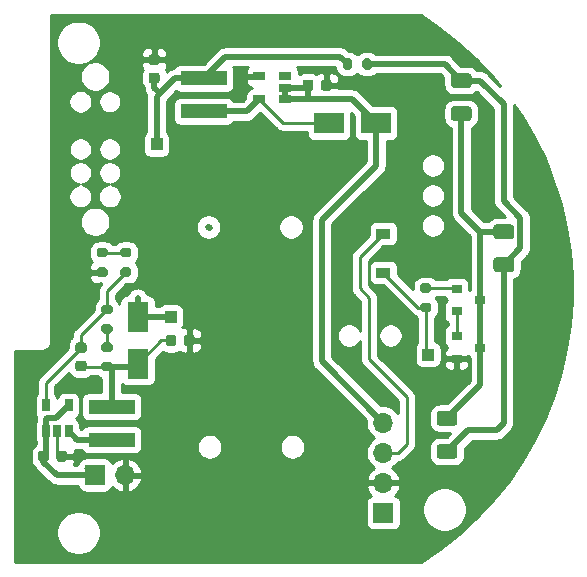
<source format=gbr>
%TF.GenerationSoftware,KiCad,Pcbnew,(5.1.10)-1*%
%TF.CreationDate,2022-05-30T19:02:36+03:00*%
%TF.ProjectId,night-light,6e696768-742d-46c6-9967-68742e6b6963,rev?*%
%TF.SameCoordinates,Original*%
%TF.FileFunction,Copper,L1,Top*%
%TF.FilePolarity,Positive*%
%FSLAX46Y46*%
G04 Gerber Fmt 4.6, Leading zero omitted, Abs format (unit mm)*
G04 Created by KiCad (PCBNEW (5.1.10)-1) date 2022-05-30 19:02:36*
%MOMM*%
%LPD*%
G01*
G04 APERTURE LIST*
%TA.AperFunction,ComponentPad*%
%ADD10R,1.000000X1.000000*%
%TD*%
%TA.AperFunction,SMDPad,CuDef*%
%ADD11R,1.200000X0.900000*%
%TD*%
%TA.AperFunction,SMDPad,CuDef*%
%ADD12R,3.900000X1.200000*%
%TD*%
%TA.AperFunction,SMDPad,CuDef*%
%ADD13R,1.060000X0.650000*%
%TD*%
%TA.AperFunction,SMDPad,CuDef*%
%ADD14R,0.650000X1.060000*%
%TD*%
%TA.AperFunction,SMDPad,CuDef*%
%ADD15R,0.900000X0.800000*%
%TD*%
%TA.AperFunction,ComponentPad*%
%ADD16O,1.700000X1.700000*%
%TD*%
%TA.AperFunction,ComponentPad*%
%ADD17R,1.700000X1.700000*%
%TD*%
%TA.AperFunction,SMDPad,CuDef*%
%ADD18R,2.500000X1.800000*%
%TD*%
%TA.AperFunction,SMDPad,CuDef*%
%ADD19R,1.800000X2.500000*%
%TD*%
%TA.AperFunction,Conductor*%
%ADD20C,0.500000*%
%TD*%
%TA.AperFunction,Conductor*%
%ADD21C,0.250000*%
%TD*%
%TA.AperFunction,Conductor*%
%ADD22C,0.254000*%
%TD*%
%TA.AperFunction,Conductor*%
%ADD23C,0.100000*%
%TD*%
G04 APERTURE END LIST*
D10*
%TO.P,REF\u002A\u002A,1*%
%TO.N,BAT+*%
X31400000Y-29200000D03*
%TD*%
%TO.P,REF\u002A\u002A,1*%
%TO.N,Vch*%
X32600000Y-43800000D03*
%TD*%
%TO.P,REF\u002A\u002A,1*%
%TO.N,A_ON*%
X54400000Y-47000000D03*
%TD*%
D11*
%TO.P,D1,2*%
%TO.N,MOTION*%
X50600000Y-36750000D03*
%TO.P,D1,1*%
%TO.N,A_ON*%
X50600000Y-40050000D03*
%TD*%
D12*
%TO.P,L2,2*%
%TO.N,Net-(D6-Pad2)*%
X35400000Y-26400000D03*
%TO.P,L2,1*%
%TO.N,BAT+*%
X35400000Y-23600000D03*
%TD*%
%TO.P,L1,2*%
%TO.N,Net-(C4-Pad2)*%
X27600000Y-51400000D03*
%TO.P,L1,1*%
%TO.N,Net-(L1-Pad1)*%
X27600000Y-54200000D03*
%TD*%
D13*
%TO.P,U2,5*%
%TO.N,Net-(D6-Pad2)*%
X40100000Y-25350000D03*
%TO.P,U2,4*%
%TO.N,SOL-*%
X40100000Y-23450000D03*
%TO.P,U2,3*%
%TO.N,Net-(U2-Pad3)*%
X42300000Y-23450000D03*
%TO.P,U2,2*%
%TO.N,+5V*%
X42300000Y-24400000D03*
%TO.P,U2,1*%
X42300000Y-25350000D03*
%TD*%
D14*
%TO.P,U1,5*%
%TO.N,Net-(C5-Pad2)*%
X22050000Y-51300000D03*
%TO.P,U1,4*%
%TO.N,SOL+*%
X23950000Y-51300000D03*
%TO.P,U1,3*%
%TO.N,Net-(L1-Pad1)*%
X23950000Y-53500000D03*
%TO.P,U1,2*%
%TO.N,SOL-*%
X23000000Y-53500000D03*
%TO.P,U1,1*%
%TO.N,SOL+*%
X22050000Y-53500000D03*
%TD*%
%TO.P,R6,2*%
%TO.N,BAT+*%
%TA.AperFunction,SMDPad,CuDef*%
G36*
G01*
X47975000Y-22125000D02*
X47975000Y-22675000D01*
G75*
G02*
X47775000Y-22875000I-200000J0D01*
G01*
X47375000Y-22875000D01*
G75*
G02*
X47175000Y-22675000I0J200000D01*
G01*
X47175000Y-22125000D01*
G75*
G02*
X47375000Y-21925000I200000J0D01*
G01*
X47775000Y-21925000D01*
G75*
G02*
X47975000Y-22125000I0J-200000D01*
G01*
G37*
%TD.AperFunction*%
%TO.P,R6,1*%
%TO.N,Net-(D3-Pad2)*%
%TA.AperFunction,SMDPad,CuDef*%
G36*
G01*
X49625000Y-22125000D02*
X49625000Y-22675000D01*
G75*
G02*
X49425000Y-22875000I-200000J0D01*
G01*
X49025000Y-22875000D01*
G75*
G02*
X48825000Y-22675000I0J200000D01*
G01*
X48825000Y-22125000D01*
G75*
G02*
X49025000Y-21925000I200000J0D01*
G01*
X49425000Y-21925000D01*
G75*
G02*
X49625000Y-22125000I0J-200000D01*
G01*
G37*
%TD.AperFunction*%
%TD*%
%TO.P,R5,2*%
%TO.N,A_ON*%
%TA.AperFunction,SMDPad,CuDef*%
G36*
G01*
X53925000Y-42625000D02*
X54475000Y-42625000D01*
G75*
G02*
X54675000Y-42825000I0J-200000D01*
G01*
X54675000Y-43225000D01*
G75*
G02*
X54475000Y-43425000I-200000J0D01*
G01*
X53925000Y-43425000D01*
G75*
G02*
X53725000Y-43225000I0J200000D01*
G01*
X53725000Y-42825000D01*
G75*
G02*
X53925000Y-42625000I200000J0D01*
G01*
G37*
%TD.AperFunction*%
%TO.P,R5,1*%
%TO.N,Net-(Q1-Pad1)*%
%TA.AperFunction,SMDPad,CuDef*%
G36*
G01*
X53925000Y-40975000D02*
X54475000Y-40975000D01*
G75*
G02*
X54675000Y-41175000I0J-200000D01*
G01*
X54675000Y-41575000D01*
G75*
G02*
X54475000Y-41775000I-200000J0D01*
G01*
X53925000Y-41775000D01*
G75*
G02*
X53725000Y-41575000I0J200000D01*
G01*
X53725000Y-41175000D01*
G75*
G02*
X53925000Y-40975000I200000J0D01*
G01*
G37*
%TD.AperFunction*%
%TD*%
%TO.P,R4,2*%
%TO.N,Net-(C5-Pad2)*%
%TA.AperFunction,SMDPad,CuDef*%
G36*
G01*
X27475000Y-43575000D02*
X26925000Y-43575000D01*
G75*
G02*
X26725000Y-43375000I0J200000D01*
G01*
X26725000Y-42975000D01*
G75*
G02*
X26925000Y-42775000I200000J0D01*
G01*
X27475000Y-42775000D01*
G75*
G02*
X27675000Y-42975000I0J-200000D01*
G01*
X27675000Y-43375000D01*
G75*
G02*
X27475000Y-43575000I-200000J0D01*
G01*
G37*
%TD.AperFunction*%
%TO.P,R4,1*%
%TO.N,Net-(R3-Pad2)*%
%TA.AperFunction,SMDPad,CuDef*%
G36*
G01*
X27475000Y-45225000D02*
X26925000Y-45225000D01*
G75*
G02*
X26725000Y-45025000I0J200000D01*
G01*
X26725000Y-44625000D01*
G75*
G02*
X26925000Y-44425000I200000J0D01*
G01*
X27475000Y-44425000D01*
G75*
G02*
X27675000Y-44625000I0J-200000D01*
G01*
X27675000Y-45025000D01*
G75*
G02*
X27475000Y-45225000I-200000J0D01*
G01*
G37*
%TD.AperFunction*%
%TD*%
%TO.P,R3,2*%
%TO.N,Net-(R3-Pad2)*%
%TA.AperFunction,SMDPad,CuDef*%
G36*
G01*
X27475000Y-46775000D02*
X26925000Y-46775000D01*
G75*
G02*
X26725000Y-46575000I0J200000D01*
G01*
X26725000Y-46175000D01*
G75*
G02*
X26925000Y-45975000I200000J0D01*
G01*
X27475000Y-45975000D01*
G75*
G02*
X27675000Y-46175000I0J-200000D01*
G01*
X27675000Y-46575000D01*
G75*
G02*
X27475000Y-46775000I-200000J0D01*
G01*
G37*
%TD.AperFunction*%
%TO.P,R3,1*%
%TO.N,Net-(C4-Pad2)*%
%TA.AperFunction,SMDPad,CuDef*%
G36*
G01*
X27475000Y-48425000D02*
X26925000Y-48425000D01*
G75*
G02*
X26725000Y-48225000I0J200000D01*
G01*
X26725000Y-47825000D01*
G75*
G02*
X26925000Y-47625000I200000J0D01*
G01*
X27475000Y-47625000D01*
G75*
G02*
X27675000Y-47825000I0J-200000D01*
G01*
X27675000Y-48225000D01*
G75*
G02*
X27475000Y-48425000I-200000J0D01*
G01*
G37*
%TD.AperFunction*%
%TD*%
%TO.P,R2,2*%
%TO.N,Net-(R1-Pad1)*%
%TA.AperFunction,SMDPad,CuDef*%
G36*
G01*
X29075000Y-38775000D02*
X28525000Y-38775000D01*
G75*
G02*
X28325000Y-38575000I0J200000D01*
G01*
X28325000Y-38175000D01*
G75*
G02*
X28525000Y-37975000I200000J0D01*
G01*
X29075000Y-37975000D01*
G75*
G02*
X29275000Y-38175000I0J-200000D01*
G01*
X29275000Y-38575000D01*
G75*
G02*
X29075000Y-38775000I-200000J0D01*
G01*
G37*
%TD.AperFunction*%
%TO.P,R2,1*%
%TO.N,Net-(C5-Pad2)*%
%TA.AperFunction,SMDPad,CuDef*%
G36*
G01*
X29075000Y-40425000D02*
X28525000Y-40425000D01*
G75*
G02*
X28325000Y-40225000I0J200000D01*
G01*
X28325000Y-39825000D01*
G75*
G02*
X28525000Y-39625000I200000J0D01*
G01*
X29075000Y-39625000D01*
G75*
G02*
X29275000Y-39825000I0J-200000D01*
G01*
X29275000Y-40225000D01*
G75*
G02*
X29075000Y-40425000I-200000J0D01*
G01*
G37*
%TD.AperFunction*%
%TD*%
%TO.P,R1,2*%
%TO.N,SOL-*%
%TA.AperFunction,SMDPad,CuDef*%
G36*
G01*
X26525000Y-39625000D02*
X27075000Y-39625000D01*
G75*
G02*
X27275000Y-39825000I0J-200000D01*
G01*
X27275000Y-40225000D01*
G75*
G02*
X27075000Y-40425000I-200000J0D01*
G01*
X26525000Y-40425000D01*
G75*
G02*
X26325000Y-40225000I0J200000D01*
G01*
X26325000Y-39825000D01*
G75*
G02*
X26525000Y-39625000I200000J0D01*
G01*
G37*
%TD.AperFunction*%
%TO.P,R1,1*%
%TO.N,Net-(R1-Pad1)*%
%TA.AperFunction,SMDPad,CuDef*%
G36*
G01*
X26525000Y-37975000D02*
X27075000Y-37975000D01*
G75*
G02*
X27275000Y-38175000I0J-200000D01*
G01*
X27275000Y-38575000D01*
G75*
G02*
X27075000Y-38775000I-200000J0D01*
G01*
X26525000Y-38775000D01*
G75*
G02*
X26325000Y-38575000I0J200000D01*
G01*
X26325000Y-38175000D01*
G75*
G02*
X26525000Y-37975000I200000J0D01*
G01*
G37*
%TD.AperFunction*%
%TD*%
D15*
%TO.P,Q2,3*%
%TO.N,Net-(D3-Pad1)*%
X58800000Y-46400000D03*
%TO.P,Q2,2*%
%TO.N,SOL-*%
X56800000Y-47350000D03*
%TO.P,Q2,1*%
%TO.N,Net-(Q1-Pad2)*%
X56800000Y-45450000D03*
%TD*%
%TO.P,Q1,3*%
%TO.N,Net-(D3-Pad1)*%
X58800000Y-42400000D03*
%TO.P,Q1,2*%
%TO.N,Net-(Q1-Pad2)*%
X56800000Y-43350000D03*
%TO.P,Q1,1*%
%TO.N,Net-(Q1-Pad1)*%
X56800000Y-41450000D03*
%TD*%
D16*
%TO.P,J2,2*%
%TO.N,SOL-*%
X28740000Y-57200000D03*
D17*
%TO.P,J2,1*%
%TO.N,SOL+*%
X26200000Y-57200000D03*
%TD*%
D16*
%TO.P,J1,4*%
%TO.N,+5V*%
X50600000Y-52780000D03*
%TO.P,J1,3*%
%TO.N,MOTION*%
X50600000Y-55320000D03*
%TO.P,J1,2*%
%TO.N,SOL-*%
X50600000Y-57860000D03*
D17*
%TO.P,J1,1*%
%TO.N,+3V3*%
X50600000Y-60400000D03*
%TD*%
D18*
%TO.P,D6,2*%
%TO.N,Net-(D6-Pad2)*%
X46000000Y-27400000D03*
%TO.P,D6,1*%
%TO.N,+5V*%
X50000000Y-27400000D03*
%TD*%
%TO.P,D5,2*%
%TO.N,Net-(D3-Pad2)*%
%TA.AperFunction,SMDPad,CuDef*%
G36*
G01*
X55375000Y-54575000D02*
X56625000Y-54575000D01*
G75*
G02*
X56875000Y-54825000I0J-250000D01*
G01*
X56875000Y-55575000D01*
G75*
G02*
X56625000Y-55825000I-250000J0D01*
G01*
X55375000Y-55825000D01*
G75*
G02*
X55125000Y-55575000I0J250000D01*
G01*
X55125000Y-54825000D01*
G75*
G02*
X55375000Y-54575000I250000J0D01*
G01*
G37*
%TD.AperFunction*%
%TO.P,D5,1*%
%TO.N,Net-(D3-Pad1)*%
%TA.AperFunction,SMDPad,CuDef*%
G36*
G01*
X55375000Y-51775000D02*
X56625000Y-51775000D01*
G75*
G02*
X56875000Y-52025000I0J-250000D01*
G01*
X56875000Y-52775000D01*
G75*
G02*
X56625000Y-53025000I-250000J0D01*
G01*
X55375000Y-53025000D01*
G75*
G02*
X55125000Y-52775000I0J250000D01*
G01*
X55125000Y-52025000D01*
G75*
G02*
X55375000Y-51775000I250000J0D01*
G01*
G37*
%TD.AperFunction*%
%TD*%
%TO.P,D4,2*%
%TO.N,Net-(D3-Pad2)*%
%TA.AperFunction,SMDPad,CuDef*%
G36*
G01*
X60175000Y-38775000D02*
X61425000Y-38775000D01*
G75*
G02*
X61675000Y-39025000I0J-250000D01*
G01*
X61675000Y-39775000D01*
G75*
G02*
X61425000Y-40025000I-250000J0D01*
G01*
X60175000Y-40025000D01*
G75*
G02*
X59925000Y-39775000I0J250000D01*
G01*
X59925000Y-39025000D01*
G75*
G02*
X60175000Y-38775000I250000J0D01*
G01*
G37*
%TD.AperFunction*%
%TO.P,D4,1*%
%TO.N,Net-(D3-Pad1)*%
%TA.AperFunction,SMDPad,CuDef*%
G36*
G01*
X60175000Y-35975000D02*
X61425000Y-35975000D01*
G75*
G02*
X61675000Y-36225000I0J-250000D01*
G01*
X61675000Y-36975000D01*
G75*
G02*
X61425000Y-37225000I-250000J0D01*
G01*
X60175000Y-37225000D01*
G75*
G02*
X59925000Y-36975000I0J250000D01*
G01*
X59925000Y-36225000D01*
G75*
G02*
X60175000Y-35975000I250000J0D01*
G01*
G37*
%TD.AperFunction*%
%TD*%
%TO.P,D3,2*%
%TO.N,Net-(D3-Pad2)*%
%TA.AperFunction,SMDPad,CuDef*%
G36*
G01*
X57825000Y-24425000D02*
X56575000Y-24425000D01*
G75*
G02*
X56325000Y-24175000I0J250000D01*
G01*
X56325000Y-23425000D01*
G75*
G02*
X56575000Y-23175000I250000J0D01*
G01*
X57825000Y-23175000D01*
G75*
G02*
X58075000Y-23425000I0J-250000D01*
G01*
X58075000Y-24175000D01*
G75*
G02*
X57825000Y-24425000I-250000J0D01*
G01*
G37*
%TD.AperFunction*%
%TO.P,D3,1*%
%TO.N,Net-(D3-Pad1)*%
%TA.AperFunction,SMDPad,CuDef*%
G36*
G01*
X57825000Y-27225000D02*
X56575000Y-27225000D01*
G75*
G02*
X56325000Y-26975000I0J250000D01*
G01*
X56325000Y-26225000D01*
G75*
G02*
X56575000Y-25975000I250000J0D01*
G01*
X57825000Y-25975000D01*
G75*
G02*
X58075000Y-26225000I0J-250000D01*
G01*
X58075000Y-26975000D01*
G75*
G02*
X57825000Y-27225000I-250000J0D01*
G01*
G37*
%TD.AperFunction*%
%TD*%
D19*
%TO.P,D2,2*%
%TO.N,Net-(C4-Pad2)*%
X29800000Y-47800000D03*
%TO.P,D2,1*%
%TO.N,Vch*%
X29800000Y-43800000D03*
%TD*%
%TO.P,C8,2*%
%TO.N,SOL-*%
%TA.AperFunction,SMDPad,CuDef*%
G36*
G01*
X45325000Y-24450000D02*
X45325000Y-23950000D01*
G75*
G02*
X45550000Y-23725000I225000J0D01*
G01*
X46000000Y-23725000D01*
G75*
G02*
X46225000Y-23950000I0J-225000D01*
G01*
X46225000Y-24450000D01*
G75*
G02*
X46000000Y-24675000I-225000J0D01*
G01*
X45550000Y-24675000D01*
G75*
G02*
X45325000Y-24450000I0J225000D01*
G01*
G37*
%TD.AperFunction*%
%TO.P,C8,1*%
%TO.N,+5V*%
%TA.AperFunction,SMDPad,CuDef*%
G36*
G01*
X43775000Y-24450000D02*
X43775000Y-23950000D01*
G75*
G02*
X44000000Y-23725000I225000J0D01*
G01*
X44450000Y-23725000D01*
G75*
G02*
X44675000Y-23950000I0J-225000D01*
G01*
X44675000Y-24450000D01*
G75*
G02*
X44450000Y-24675000I-225000J0D01*
G01*
X44000000Y-24675000D01*
G75*
G02*
X43775000Y-24450000I0J225000D01*
G01*
G37*
%TD.AperFunction*%
%TD*%
%TO.P,C7,2*%
%TO.N,SOL-*%
%TA.AperFunction,SMDPad,CuDef*%
G36*
G01*
X31450000Y-22475000D02*
X30950000Y-22475000D01*
G75*
G02*
X30725000Y-22250000I0J225000D01*
G01*
X30725000Y-21800000D01*
G75*
G02*
X30950000Y-21575000I225000J0D01*
G01*
X31450000Y-21575000D01*
G75*
G02*
X31675000Y-21800000I0J-225000D01*
G01*
X31675000Y-22250000D01*
G75*
G02*
X31450000Y-22475000I-225000J0D01*
G01*
G37*
%TD.AperFunction*%
%TO.P,C7,1*%
%TO.N,BAT+*%
%TA.AperFunction,SMDPad,CuDef*%
G36*
G01*
X31450000Y-24025000D02*
X30950000Y-24025000D01*
G75*
G02*
X30725000Y-23800000I0J225000D01*
G01*
X30725000Y-23350000D01*
G75*
G02*
X30950000Y-23125000I225000J0D01*
G01*
X31450000Y-23125000D01*
G75*
G02*
X31675000Y-23350000I0J-225000D01*
G01*
X31675000Y-23800000D01*
G75*
G02*
X31450000Y-24025000I-225000J0D01*
G01*
G37*
%TD.AperFunction*%
%TD*%
%TO.P,C5,2*%
%TO.N,Net-(C5-Pad2)*%
%TA.AperFunction,SMDPad,CuDef*%
G36*
G01*
X25250000Y-46875000D02*
X24750000Y-46875000D01*
G75*
G02*
X24525000Y-46650000I0J225000D01*
G01*
X24525000Y-46200000D01*
G75*
G02*
X24750000Y-45975000I225000J0D01*
G01*
X25250000Y-45975000D01*
G75*
G02*
X25475000Y-46200000I0J-225000D01*
G01*
X25475000Y-46650000D01*
G75*
G02*
X25250000Y-46875000I-225000J0D01*
G01*
G37*
%TD.AperFunction*%
%TO.P,C5,1*%
%TO.N,Net-(C4-Pad2)*%
%TA.AperFunction,SMDPad,CuDef*%
G36*
G01*
X25250000Y-48425000D02*
X24750000Y-48425000D01*
G75*
G02*
X24525000Y-48200000I0J225000D01*
G01*
X24525000Y-47750000D01*
G75*
G02*
X24750000Y-47525000I225000J0D01*
G01*
X25250000Y-47525000D01*
G75*
G02*
X25475000Y-47750000I0J-225000D01*
G01*
X25475000Y-48200000D01*
G75*
G02*
X25250000Y-48425000I-225000J0D01*
G01*
G37*
%TD.AperFunction*%
%TD*%
%TO.P,C4,2*%
%TO.N,Net-(C4-Pad2)*%
%TA.AperFunction,SMDPad,CuDef*%
G36*
G01*
X33075000Y-45550000D02*
X33075000Y-46050000D01*
G75*
G02*
X32850000Y-46275000I-225000J0D01*
G01*
X32400000Y-46275000D01*
G75*
G02*
X32175000Y-46050000I0J225000D01*
G01*
X32175000Y-45550000D01*
G75*
G02*
X32400000Y-45325000I225000J0D01*
G01*
X32850000Y-45325000D01*
G75*
G02*
X33075000Y-45550000I0J-225000D01*
G01*
G37*
%TD.AperFunction*%
%TO.P,C4,1*%
%TO.N,SOL-*%
%TA.AperFunction,SMDPad,CuDef*%
G36*
G01*
X34625000Y-45550000D02*
X34625000Y-46050000D01*
G75*
G02*
X34400000Y-46275000I-225000J0D01*
G01*
X33950000Y-46275000D01*
G75*
G02*
X33725000Y-46050000I0J225000D01*
G01*
X33725000Y-45550000D01*
G75*
G02*
X33950000Y-45325000I225000J0D01*
G01*
X34400000Y-45325000D01*
G75*
G02*
X34625000Y-45550000I0J-225000D01*
G01*
G37*
%TD.AperFunction*%
%TD*%
%TO.P,C3,2*%
%TO.N,SOL-*%
%TA.AperFunction,SMDPad,CuDef*%
G36*
G01*
X22925000Y-55850000D02*
X22925000Y-55350000D01*
G75*
G02*
X23150000Y-55125000I225000J0D01*
G01*
X23600000Y-55125000D01*
G75*
G02*
X23825000Y-55350000I0J-225000D01*
G01*
X23825000Y-55850000D01*
G75*
G02*
X23600000Y-56075000I-225000J0D01*
G01*
X23150000Y-56075000D01*
G75*
G02*
X22925000Y-55850000I0J225000D01*
G01*
G37*
%TD.AperFunction*%
%TO.P,C3,1*%
%TO.N,SOL+*%
%TA.AperFunction,SMDPad,CuDef*%
G36*
G01*
X21375000Y-55850000D02*
X21375000Y-55350000D01*
G75*
G02*
X21600000Y-55125000I225000J0D01*
G01*
X22050000Y-55125000D01*
G75*
G02*
X22275000Y-55350000I0J-225000D01*
G01*
X22275000Y-55850000D01*
G75*
G02*
X22050000Y-56075000I-225000J0D01*
G01*
X21600000Y-56075000D01*
G75*
G02*
X21375000Y-55850000I0J225000D01*
G01*
G37*
%TD.AperFunction*%
%TD*%
D20*
%TO.N,Vch*%
X35900000Y-36300000D02*
X35800000Y-36200000D01*
X29800000Y-43800000D02*
X29800000Y-42200000D01*
X29800000Y-43800000D02*
X32600000Y-43800000D01*
D21*
%TO.N,SOL-*%
X23000000Y-55225000D02*
X23375000Y-55600000D01*
X23000000Y-53500000D02*
X23000000Y-55225000D01*
%TO.N,SOL+*%
X25400000Y-56575000D02*
X25375000Y-56600000D01*
D20*
X22050000Y-55375000D02*
X21825000Y-55600000D01*
X22050000Y-53500000D02*
X22050000Y-55375000D01*
X22869999Y-52380001D02*
X23950000Y-51300000D01*
X22139999Y-52380001D02*
X22869999Y-52380001D01*
X22050000Y-52470000D02*
X22139999Y-52380001D01*
X22050000Y-53500000D02*
X22050000Y-52470000D01*
X21825000Y-56075000D02*
X21825000Y-55600000D01*
X22950000Y-57200000D02*
X21825000Y-56075000D01*
X26200000Y-57200000D02*
X22950000Y-57200000D01*
D21*
%TO.N,Net-(C4-Pad2)*%
X31800000Y-45800000D02*
X29800000Y-47800000D01*
X32625000Y-45800000D02*
X31800000Y-45800000D01*
X29575000Y-48025000D02*
X29800000Y-47800000D01*
D20*
X27200000Y-48025000D02*
X29575000Y-48025000D01*
D21*
X27600000Y-48425000D02*
X27200000Y-48025000D01*
D20*
X27600000Y-51400000D02*
X27600000Y-48425000D01*
D21*
X25050000Y-48025000D02*
X25000000Y-47975000D01*
X27200000Y-48025000D02*
X25050000Y-48025000D01*
%TO.N,Net-(C5-Pad2)*%
X22050000Y-49375000D02*
X25000000Y-46425000D01*
X22050000Y-51300000D02*
X22050000Y-49375000D01*
X25000000Y-45375000D02*
X27200000Y-43175000D01*
X25000000Y-46425000D02*
X25000000Y-45375000D01*
X27200000Y-41625000D02*
X28800000Y-40025000D01*
X27200000Y-43175000D02*
X27200000Y-41625000D01*
%TO.N,A_ON*%
X53575000Y-43025000D02*
X50600000Y-40050000D01*
X54200000Y-43025000D02*
X53575000Y-43025000D01*
X54400000Y-43225000D02*
X54200000Y-43025000D01*
X54200000Y-46800000D02*
X54200000Y-43025000D01*
D20*
%TO.N,BAT+*%
X32950000Y-23600000D02*
X35400000Y-23600000D01*
X31400000Y-29200000D02*
X31400000Y-25150000D01*
X31200000Y-24400000D02*
X31675000Y-24875000D01*
X31200000Y-23575000D02*
X31200000Y-24400000D01*
X31675000Y-24875000D02*
X32950000Y-23600000D01*
X31400000Y-25150000D02*
X31675000Y-24875000D01*
X46975000Y-21800000D02*
X47575000Y-22400000D01*
X37200000Y-21800000D02*
X46975000Y-21800000D01*
X35400000Y-23600000D02*
X37200000Y-21800000D01*
%TO.N,+5V*%
X42300000Y-24400000D02*
X42300000Y-25350000D01*
X44025000Y-24400000D02*
X44225000Y-24200000D01*
X42300000Y-24400000D02*
X44025000Y-24400000D01*
X44225000Y-25275000D02*
X44150000Y-25350000D01*
X44225000Y-24200000D02*
X44225000Y-25275000D01*
X42300000Y-25350000D02*
X44150000Y-25350000D01*
X47950000Y-25350000D02*
X50000000Y-27400000D01*
X44150000Y-25350000D02*
X47950000Y-25350000D01*
X50000000Y-31015762D02*
X45400000Y-35615762D01*
X50000000Y-27400000D02*
X50000000Y-31015762D01*
X45400000Y-47580000D02*
X50600000Y-52780000D01*
X45400000Y-35615762D02*
X45400000Y-47580000D01*
D21*
%TO.N,MOTION*%
X50600000Y-55320000D02*
X51880000Y-55320000D01*
X51880000Y-55320000D02*
X52600000Y-54600000D01*
X52600000Y-54600000D02*
X52600000Y-50600000D01*
X52600000Y-50600000D02*
X49400000Y-47400000D01*
X49400000Y-47400000D02*
X49400000Y-42200000D01*
X49400000Y-42200000D02*
X48600000Y-41400000D01*
X48600000Y-38750000D02*
X50600000Y-36750000D01*
X48600000Y-41400000D02*
X48600000Y-38750000D01*
D20*
%TO.N,Net-(D3-Pad2)*%
X55800000Y-22400000D02*
X57200000Y-23800000D01*
X49225000Y-22400000D02*
X55800000Y-22400000D01*
X57200000Y-23800000D02*
X58800000Y-23800000D01*
X58800000Y-23800000D02*
X60800000Y-25800000D01*
X60800000Y-25800000D02*
X60800000Y-34000000D01*
X60800000Y-34000000D02*
X62200000Y-35400000D01*
X62200000Y-38000000D02*
X60800000Y-39400000D01*
X62200000Y-35400000D02*
X62200000Y-38000000D01*
X57800000Y-53400000D02*
X56000000Y-55200000D01*
X60200000Y-53400000D02*
X57800000Y-53400000D01*
X60800000Y-52800000D02*
X60200000Y-53400000D01*
X60800000Y-39400000D02*
X60800000Y-52800000D01*
%TO.N,Net-(D3-Pad1)*%
X58800000Y-42400000D02*
X58800000Y-44400000D01*
X57200000Y-26600000D02*
X57200000Y-34813190D01*
X58800000Y-42400000D02*
X58800000Y-41400000D01*
X58800000Y-44400000D02*
X58800000Y-46400000D01*
D21*
X57200000Y-34813190D02*
X57200000Y-35000000D01*
D20*
X58800000Y-36600000D02*
X60800000Y-36600000D01*
X57200000Y-35000000D02*
X58800000Y-36600000D01*
X58800000Y-36600000D02*
X58800000Y-41400000D01*
X58800000Y-49600000D02*
X56000000Y-52400000D01*
X58800000Y-46400000D02*
X58800000Y-49600000D01*
%TO.N,Net-(D6-Pad2)*%
X39050000Y-26400000D02*
X40100000Y-25350000D01*
X35400000Y-26400000D02*
X39050000Y-26400000D01*
D21*
X42150000Y-27400000D02*
X46000000Y-27400000D01*
X40100000Y-25350000D02*
X42150000Y-27400000D01*
D20*
%TO.N,Net-(L1-Pad1)*%
X24650000Y-54200000D02*
X23950000Y-53500000D01*
X27600000Y-54200000D02*
X24650000Y-54200000D01*
D21*
%TO.N,Net-(Q1-Pad2)*%
X56850000Y-43400000D02*
X56800000Y-43350000D01*
X56800000Y-43350000D02*
X56800000Y-45450000D01*
%TO.N,Net-(Q1-Pad1)*%
X56725000Y-41375000D02*
X56800000Y-41450000D01*
X54200000Y-41375000D02*
X56725000Y-41375000D01*
%TO.N,Net-(R1-Pad1)*%
X26800000Y-38375000D02*
X28800000Y-38375000D01*
%TO.N,Net-(R3-Pad2)*%
X27200000Y-44825000D02*
X27200000Y-46375000D01*
%TD*%
D22*
%TO.N,SOL-*%
X55352996Y-19309821D02*
X56963819Y-20583131D01*
X58474630Y-21973629D01*
X59876941Y-23473501D01*
X60497099Y-24245520D01*
X59456534Y-23204956D01*
X59428817Y-23171183D01*
X59294059Y-23060589D01*
X59140313Y-22978411D01*
X58973490Y-22927805D01*
X58843477Y-22915000D01*
X58843469Y-22915000D01*
X58800000Y-22910719D01*
X58756531Y-22915000D01*
X58549770Y-22915000D01*
X58452962Y-22797038D01*
X58318386Y-22686595D01*
X58164850Y-22604528D01*
X57998254Y-22553992D01*
X57825000Y-22536928D01*
X57188507Y-22536928D01*
X56456534Y-21804956D01*
X56428817Y-21771183D01*
X56294059Y-21660589D01*
X56140313Y-21578411D01*
X55973490Y-21527805D01*
X55843477Y-21515000D01*
X55843469Y-21515000D01*
X55800000Y-21510719D01*
X55756531Y-21515000D01*
X49996411Y-21515000D01*
X49890608Y-21428169D01*
X49745716Y-21350722D01*
X49588500Y-21303031D01*
X49425000Y-21286928D01*
X49025000Y-21286928D01*
X48861500Y-21303031D01*
X48704284Y-21350722D01*
X48559392Y-21428169D01*
X48432394Y-21532394D01*
X48400000Y-21571866D01*
X48367606Y-21532394D01*
X48240608Y-21428169D01*
X48095716Y-21350722D01*
X47938500Y-21303031D01*
X47775000Y-21286928D01*
X47713506Y-21286928D01*
X47631534Y-21204956D01*
X47603817Y-21171183D01*
X47469059Y-21060589D01*
X47315313Y-20978411D01*
X47148490Y-20927805D01*
X47018477Y-20915000D01*
X47018469Y-20915000D01*
X46975000Y-20910719D01*
X46931531Y-20915000D01*
X37243465Y-20915000D01*
X37199999Y-20910719D01*
X37156533Y-20915000D01*
X37156523Y-20915000D01*
X37026510Y-20927805D01*
X36859687Y-20978411D01*
X36705941Y-21060589D01*
X36705939Y-21060590D01*
X36705940Y-21060590D01*
X36604953Y-21143468D01*
X36604951Y-21143470D01*
X36571183Y-21171183D01*
X36543470Y-21204951D01*
X35386494Y-22361928D01*
X33450000Y-22361928D01*
X33325518Y-22374188D01*
X33205820Y-22410498D01*
X33095506Y-22469463D01*
X32998815Y-22548815D01*
X32919463Y-22645506D01*
X32880972Y-22717517D01*
X32776510Y-22727805D01*
X32609687Y-22778411D01*
X32455941Y-22860589D01*
X32455939Y-22860590D01*
X32455940Y-22860590D01*
X32354953Y-22943468D01*
X32354951Y-22943470D01*
X32321183Y-22971183D01*
X32293470Y-23004951D01*
X32254667Y-23043754D01*
X32247375Y-23019717D01*
X32169300Y-22873649D01*
X32205537Y-22829494D01*
X32264502Y-22719180D01*
X32300812Y-22599482D01*
X32313072Y-22475000D01*
X32310000Y-22310750D01*
X32151250Y-22152000D01*
X31327000Y-22152000D01*
X31327000Y-22172000D01*
X31073000Y-22172000D01*
X31073000Y-22152000D01*
X30248750Y-22152000D01*
X30090000Y-22310750D01*
X30086928Y-22475000D01*
X30099188Y-22599482D01*
X30135498Y-22719180D01*
X30194463Y-22829494D01*
X30230700Y-22873649D01*
X30152625Y-23019717D01*
X30103512Y-23181623D01*
X30086928Y-23350000D01*
X30086928Y-23800000D01*
X30103512Y-23968377D01*
X30152625Y-24130283D01*
X30232382Y-24279497D01*
X30312922Y-24377635D01*
X30310719Y-24400000D01*
X30315000Y-24443469D01*
X30315000Y-24443477D01*
X30319090Y-24485000D01*
X30327805Y-24573490D01*
X30378412Y-24740313D01*
X30460590Y-24894059D01*
X30527927Y-24976109D01*
X30527805Y-24976510D01*
X30510719Y-25150000D01*
X30515001Y-25193479D01*
X30515000Y-28194498D01*
X30448815Y-28248815D01*
X30369463Y-28345506D01*
X30310498Y-28455820D01*
X30274188Y-28575518D01*
X30261928Y-28700000D01*
X30261928Y-29700000D01*
X30274188Y-29824482D01*
X30310498Y-29944180D01*
X30369463Y-30054494D01*
X30448815Y-30151185D01*
X30545506Y-30230537D01*
X30655820Y-30289502D01*
X30775518Y-30325812D01*
X30900000Y-30338072D01*
X31900000Y-30338072D01*
X32024482Y-30325812D01*
X32144180Y-30289502D01*
X32254494Y-30230537D01*
X32351185Y-30151185D01*
X32430537Y-30054494D01*
X32489502Y-29944180D01*
X32525812Y-29824482D01*
X32538072Y-29700000D01*
X32538072Y-28700000D01*
X32525812Y-28575518D01*
X32489502Y-28455820D01*
X32430537Y-28345506D01*
X32351185Y-28248815D01*
X32285000Y-28194499D01*
X32285000Y-25519260D01*
X32303817Y-25503817D01*
X32331532Y-25470046D01*
X33082069Y-24719510D01*
X33095506Y-24730537D01*
X33205820Y-24789502D01*
X33325518Y-24825812D01*
X33450000Y-24838072D01*
X37350000Y-24838072D01*
X37474482Y-24825812D01*
X37594180Y-24789502D01*
X37704494Y-24730537D01*
X37801185Y-24651185D01*
X37880537Y-24554494D01*
X37939502Y-24444180D01*
X37975812Y-24324482D01*
X37988072Y-24200000D01*
X37988072Y-23000000D01*
X37975812Y-22875518D01*
X37939502Y-22755820D01*
X37901647Y-22685000D01*
X39109636Y-22685000D01*
X39039463Y-22770506D01*
X38980498Y-22880820D01*
X38944188Y-23000518D01*
X38931928Y-23125000D01*
X38935000Y-23164250D01*
X39093750Y-23323000D01*
X39973000Y-23323000D01*
X39973000Y-23303000D01*
X40227000Y-23303000D01*
X40227000Y-23323000D01*
X40247000Y-23323000D01*
X40247000Y-23577000D01*
X40227000Y-23577000D01*
X40227000Y-23597000D01*
X39973000Y-23597000D01*
X39973000Y-23577000D01*
X39093750Y-23577000D01*
X38935000Y-23735750D01*
X38931928Y-23775000D01*
X38944188Y-23899482D01*
X38980498Y-24019180D01*
X39039463Y-24129494D01*
X39118815Y-24226185D01*
X39215506Y-24305537D01*
X39325820Y-24364502D01*
X39442841Y-24400000D01*
X39325820Y-24435498D01*
X39215506Y-24494463D01*
X39118815Y-24573815D01*
X39039463Y-24670506D01*
X38980498Y-24780820D01*
X38944188Y-24900518D01*
X38931928Y-25025000D01*
X38931928Y-25266494D01*
X38683422Y-25515000D01*
X37917683Y-25515000D01*
X37880537Y-25445506D01*
X37801185Y-25348815D01*
X37704494Y-25269463D01*
X37594180Y-25210498D01*
X37474482Y-25174188D01*
X37350000Y-25161928D01*
X33450000Y-25161928D01*
X33325518Y-25174188D01*
X33205820Y-25210498D01*
X33095506Y-25269463D01*
X32998815Y-25348815D01*
X32919463Y-25445506D01*
X32860498Y-25555820D01*
X32824188Y-25675518D01*
X32811928Y-25800000D01*
X32811928Y-27000000D01*
X32824188Y-27124482D01*
X32860498Y-27244180D01*
X32919463Y-27354494D01*
X32998815Y-27451185D01*
X33095506Y-27530537D01*
X33205820Y-27589502D01*
X33325518Y-27625812D01*
X33450000Y-27638072D01*
X37350000Y-27638072D01*
X37474482Y-27625812D01*
X37594180Y-27589502D01*
X37704494Y-27530537D01*
X37801185Y-27451185D01*
X37880537Y-27354494D01*
X37917683Y-27285000D01*
X39006531Y-27285000D01*
X39050000Y-27289281D01*
X39093469Y-27285000D01*
X39093477Y-27285000D01*
X39223490Y-27272195D01*
X39390313Y-27221589D01*
X39544059Y-27139411D01*
X39678817Y-27028817D01*
X39706534Y-26995044D01*
X40188389Y-26513190D01*
X41586201Y-27911003D01*
X41609999Y-27940001D01*
X41725724Y-28034974D01*
X41857753Y-28105546D01*
X42001014Y-28149003D01*
X42112667Y-28160000D01*
X42112677Y-28160000D01*
X42150000Y-28163676D01*
X42187323Y-28160000D01*
X44111928Y-28160000D01*
X44111928Y-28300000D01*
X44124188Y-28424482D01*
X44160498Y-28544180D01*
X44219463Y-28654494D01*
X44298815Y-28751185D01*
X44395506Y-28830537D01*
X44505820Y-28889502D01*
X44625518Y-28925812D01*
X44750000Y-28938072D01*
X47250000Y-28938072D01*
X47374482Y-28925812D01*
X47494180Y-28889502D01*
X47604494Y-28830537D01*
X47701185Y-28751185D01*
X47780537Y-28654494D01*
X47839502Y-28544180D01*
X47875812Y-28424482D01*
X47888072Y-28300000D01*
X47888072Y-26539650D01*
X48111928Y-26763506D01*
X48111928Y-28300000D01*
X48124188Y-28424482D01*
X48160498Y-28544180D01*
X48219463Y-28654494D01*
X48298815Y-28751185D01*
X48395506Y-28830537D01*
X48505820Y-28889502D01*
X48625518Y-28925812D01*
X48750000Y-28938072D01*
X49115000Y-28938072D01*
X49115001Y-30649182D01*
X44804956Y-34959228D01*
X44771183Y-34986945D01*
X44660589Y-35121704D01*
X44578411Y-35275450D01*
X44548158Y-35375179D01*
X44527886Y-35442007D01*
X44527805Y-35442273D01*
X44515000Y-35572286D01*
X44515000Y-35572293D01*
X44510719Y-35615762D01*
X44515000Y-35659231D01*
X44515001Y-47536521D01*
X44510719Y-47580000D01*
X44527805Y-47753490D01*
X44578412Y-47920313D01*
X44660590Y-48074059D01*
X44743468Y-48175046D01*
X44743471Y-48175049D01*
X44771184Y-48208817D01*
X44804952Y-48236530D01*
X49129461Y-52561040D01*
X49115000Y-52633740D01*
X49115000Y-52926260D01*
X49172068Y-53213158D01*
X49284010Y-53483411D01*
X49446525Y-53726632D01*
X49653368Y-53933475D01*
X49827760Y-54050000D01*
X49653368Y-54166525D01*
X49446525Y-54373368D01*
X49284010Y-54616589D01*
X49172068Y-54886842D01*
X49115000Y-55173740D01*
X49115000Y-55466260D01*
X49172068Y-55753158D01*
X49284010Y-56023411D01*
X49446525Y-56266632D01*
X49653368Y-56473475D01*
X49835534Y-56595195D01*
X49718645Y-56664822D01*
X49502412Y-56859731D01*
X49328359Y-57093080D01*
X49203175Y-57355901D01*
X49158524Y-57503110D01*
X49279845Y-57733000D01*
X50473000Y-57733000D01*
X50473000Y-57713000D01*
X50727000Y-57713000D01*
X50727000Y-57733000D01*
X51920155Y-57733000D01*
X52041476Y-57503110D01*
X51996825Y-57355901D01*
X51871641Y-57093080D01*
X51697588Y-56859731D01*
X51481355Y-56664822D01*
X51364466Y-56595195D01*
X51546632Y-56473475D01*
X51753475Y-56266632D01*
X51875986Y-56083281D01*
X51880000Y-56083676D01*
X51917322Y-56080000D01*
X51917333Y-56080000D01*
X52028986Y-56069003D01*
X52172247Y-56025546D01*
X52304276Y-55954974D01*
X52420001Y-55860001D01*
X52443803Y-55830998D01*
X53111004Y-55163798D01*
X53140001Y-55140001D01*
X53234974Y-55024276D01*
X53305546Y-54892247D01*
X53349003Y-54748986D01*
X53360000Y-54637333D01*
X53360000Y-54637325D01*
X53363676Y-54600000D01*
X53360000Y-54562675D01*
X53360000Y-50637322D01*
X53363676Y-50599999D01*
X53360000Y-50562676D01*
X53360000Y-50562667D01*
X53349003Y-50451014D01*
X53305546Y-50307753D01*
X53234974Y-50175724D01*
X53192527Y-50124002D01*
X53163799Y-50088996D01*
X53163795Y-50088992D01*
X53140001Y-50059999D01*
X53111008Y-50036205D01*
X50160000Y-47085199D01*
X50160000Y-45298061D01*
X50165000Y-45298061D01*
X50165000Y-45501939D01*
X50204774Y-45701898D01*
X50282795Y-45890256D01*
X50396063Y-46059774D01*
X50540226Y-46203937D01*
X50709744Y-46317205D01*
X50898102Y-46395226D01*
X51098061Y-46435000D01*
X51301939Y-46435000D01*
X51501898Y-46395226D01*
X51690256Y-46317205D01*
X51859774Y-46203937D01*
X52003937Y-46059774D01*
X52117205Y-45890256D01*
X52195226Y-45701898D01*
X52235000Y-45501939D01*
X52235000Y-45298061D01*
X52195226Y-45098102D01*
X52117205Y-44909744D01*
X52003937Y-44740226D01*
X51859774Y-44596063D01*
X51690256Y-44482795D01*
X51501898Y-44404774D01*
X51301939Y-44365000D01*
X51098061Y-44365000D01*
X50898102Y-44404774D01*
X50709744Y-44482795D01*
X50540226Y-44596063D01*
X50396063Y-44740226D01*
X50282795Y-44909744D01*
X50204774Y-45098102D01*
X50165000Y-45298061D01*
X50160000Y-45298061D01*
X50160000Y-42237323D01*
X50163676Y-42200000D01*
X50160000Y-42162677D01*
X50160000Y-42162667D01*
X50149003Y-42051014D01*
X50105546Y-41907753D01*
X50034974Y-41775724D01*
X49940001Y-41659999D01*
X49911002Y-41636201D01*
X49360000Y-41085199D01*
X49360000Y-39064801D01*
X50586730Y-37838072D01*
X51200000Y-37838072D01*
X51324482Y-37825812D01*
X51444180Y-37789502D01*
X51554494Y-37730537D01*
X51651185Y-37651185D01*
X51730537Y-37554494D01*
X51789502Y-37444180D01*
X51825812Y-37324482D01*
X51838072Y-37200000D01*
X51838072Y-36300000D01*
X51825812Y-36175518D01*
X51789502Y-36055820D01*
X51747939Y-35978061D01*
X53765000Y-35978061D01*
X53765000Y-36181939D01*
X53804774Y-36381898D01*
X53882795Y-36570256D01*
X53996063Y-36739774D01*
X54140226Y-36883937D01*
X54309744Y-36997205D01*
X54498102Y-37075226D01*
X54698061Y-37115000D01*
X54901939Y-37115000D01*
X55101898Y-37075226D01*
X55290256Y-36997205D01*
X55459774Y-36883937D01*
X55603937Y-36739774D01*
X55717205Y-36570256D01*
X55795226Y-36381898D01*
X55835000Y-36181939D01*
X55835000Y-35978061D01*
X55795226Y-35778102D01*
X55717205Y-35589744D01*
X55603937Y-35420226D01*
X55459774Y-35276063D01*
X55290256Y-35162795D01*
X55101898Y-35084774D01*
X54901939Y-35045000D01*
X54698061Y-35045000D01*
X54498102Y-35084774D01*
X54309744Y-35162795D01*
X54140226Y-35276063D01*
X53996063Y-35420226D01*
X53882795Y-35589744D01*
X53804774Y-35778102D01*
X53765000Y-35978061D01*
X51747939Y-35978061D01*
X51730537Y-35945506D01*
X51651185Y-35848815D01*
X51554494Y-35769463D01*
X51444180Y-35710498D01*
X51324482Y-35674188D01*
X51200000Y-35661928D01*
X50000000Y-35661928D01*
X49875518Y-35674188D01*
X49755820Y-35710498D01*
X49645506Y-35769463D01*
X49548815Y-35848815D01*
X49469463Y-35945506D01*
X49410498Y-36055820D01*
X49374188Y-36175518D01*
X49361928Y-36300000D01*
X49361928Y-36913270D01*
X48088998Y-38186201D01*
X48060000Y-38209999D01*
X48036202Y-38238997D01*
X48036201Y-38238998D01*
X47965026Y-38325724D01*
X47894454Y-38457754D01*
X47874364Y-38523986D01*
X47854663Y-38588934D01*
X47850998Y-38601015D01*
X47836324Y-38750000D01*
X47840001Y-38787332D01*
X47840000Y-41362677D01*
X47836324Y-41400000D01*
X47840000Y-41437322D01*
X47840000Y-41437332D01*
X47850997Y-41548985D01*
X47886871Y-41667247D01*
X47894454Y-41692246D01*
X47965026Y-41824276D01*
X48004868Y-41872823D01*
X48059999Y-41940001D01*
X48089002Y-41963803D01*
X48640001Y-42514803D01*
X48640000Y-44964777D01*
X48617205Y-44909744D01*
X48503937Y-44740226D01*
X48359774Y-44596063D01*
X48190256Y-44482795D01*
X48001898Y-44404774D01*
X47801939Y-44365000D01*
X47598061Y-44365000D01*
X47398102Y-44404774D01*
X47209744Y-44482795D01*
X47040226Y-44596063D01*
X46896063Y-44740226D01*
X46782795Y-44909744D01*
X46704774Y-45098102D01*
X46665000Y-45298061D01*
X46665000Y-45501939D01*
X46704774Y-45701898D01*
X46782795Y-45890256D01*
X46896063Y-46059774D01*
X47040226Y-46203937D01*
X47209744Y-46317205D01*
X47398102Y-46395226D01*
X47598061Y-46435000D01*
X47801939Y-46435000D01*
X48001898Y-46395226D01*
X48190256Y-46317205D01*
X48359774Y-46203937D01*
X48503937Y-46059774D01*
X48617205Y-45890256D01*
X48640000Y-45835224D01*
X48640000Y-47362677D01*
X48636324Y-47400000D01*
X48640000Y-47437322D01*
X48640000Y-47437332D01*
X48650997Y-47548985D01*
X48691575Y-47682754D01*
X48694454Y-47692246D01*
X48765026Y-47824276D01*
X48787377Y-47851510D01*
X48859999Y-47940001D01*
X48889003Y-47963804D01*
X51840001Y-50914804D01*
X51840001Y-51962863D01*
X51753475Y-51833368D01*
X51546632Y-51626525D01*
X51303411Y-51464010D01*
X51033158Y-51352068D01*
X50746260Y-51295000D01*
X50453740Y-51295000D01*
X50381040Y-51309461D01*
X46285000Y-47213422D01*
X46285000Y-35982340D01*
X48829279Y-33438061D01*
X53765000Y-33438061D01*
X53765000Y-33641939D01*
X53804774Y-33841898D01*
X53882795Y-34030256D01*
X53996063Y-34199774D01*
X54140226Y-34343937D01*
X54309744Y-34457205D01*
X54498102Y-34535226D01*
X54698061Y-34575000D01*
X54901939Y-34575000D01*
X55101898Y-34535226D01*
X55290256Y-34457205D01*
X55459774Y-34343937D01*
X55603937Y-34199774D01*
X55717205Y-34030256D01*
X55795226Y-33841898D01*
X55835000Y-33641939D01*
X55835000Y-33438061D01*
X55795226Y-33238102D01*
X55717205Y-33049744D01*
X55603937Y-32880226D01*
X55459774Y-32736063D01*
X55290256Y-32622795D01*
X55101898Y-32544774D01*
X54901939Y-32505000D01*
X54698061Y-32505000D01*
X54498102Y-32544774D01*
X54309744Y-32622795D01*
X54140226Y-32736063D01*
X53996063Y-32880226D01*
X53882795Y-33049744D01*
X53804774Y-33238102D01*
X53765000Y-33438061D01*
X48829279Y-33438061D01*
X50595049Y-31672292D01*
X50628817Y-31644579D01*
X50739411Y-31509821D01*
X50821589Y-31356075D01*
X50872195Y-31189252D01*
X50885000Y-31059239D01*
X50885000Y-31059229D01*
X50889281Y-31015763D01*
X50885000Y-30972297D01*
X50885000Y-30898061D01*
X53765000Y-30898061D01*
X53765000Y-31101939D01*
X53804774Y-31301898D01*
X53882795Y-31490256D01*
X53996063Y-31659774D01*
X54140226Y-31803937D01*
X54309744Y-31917205D01*
X54498102Y-31995226D01*
X54698061Y-32035000D01*
X54901939Y-32035000D01*
X55101898Y-31995226D01*
X55290256Y-31917205D01*
X55459774Y-31803937D01*
X55603937Y-31659774D01*
X55717205Y-31490256D01*
X55795226Y-31301898D01*
X55835000Y-31101939D01*
X55835000Y-30898061D01*
X55795226Y-30698102D01*
X55717205Y-30509744D01*
X55603937Y-30340226D01*
X55459774Y-30196063D01*
X55290256Y-30082795D01*
X55101898Y-30004774D01*
X54901939Y-29965000D01*
X54698061Y-29965000D01*
X54498102Y-30004774D01*
X54309744Y-30082795D01*
X54140226Y-30196063D01*
X53996063Y-30340226D01*
X53882795Y-30509744D01*
X53804774Y-30698102D01*
X53765000Y-30898061D01*
X50885000Y-30898061D01*
X50885000Y-28938072D01*
X51250000Y-28938072D01*
X51374482Y-28925812D01*
X51494180Y-28889502D01*
X51604494Y-28830537D01*
X51701185Y-28751185D01*
X51780537Y-28654494D01*
X51839502Y-28544180D01*
X51875812Y-28424482D01*
X51888072Y-28300000D01*
X51888072Y-26500000D01*
X51875812Y-26375518D01*
X51839502Y-26255820D01*
X51780537Y-26145506D01*
X51701185Y-26048815D01*
X51604494Y-25969463D01*
X51494180Y-25910498D01*
X51374482Y-25874188D01*
X51250000Y-25861928D01*
X49713507Y-25861928D01*
X48606532Y-24754954D01*
X48578817Y-24721183D01*
X48444059Y-24610589D01*
X48290313Y-24528411D01*
X48123490Y-24477805D01*
X47993477Y-24465000D01*
X47993469Y-24465000D01*
X47950000Y-24460719D01*
X47906531Y-24465000D01*
X46839250Y-24465000D01*
X46701250Y-24327000D01*
X45902000Y-24327000D01*
X45902000Y-24347000D01*
X45648000Y-24347000D01*
X45648000Y-24327000D01*
X45628000Y-24327000D01*
X45628000Y-24073000D01*
X45648000Y-24073000D01*
X45648000Y-23248750D01*
X45902000Y-23248750D01*
X45902000Y-24073000D01*
X46701250Y-24073000D01*
X46860000Y-23914250D01*
X46863072Y-23725000D01*
X46850812Y-23600518D01*
X46814502Y-23480820D01*
X46755537Y-23370506D01*
X46676185Y-23273815D01*
X46579494Y-23194463D01*
X46469180Y-23135498D01*
X46349482Y-23099188D01*
X46225000Y-23086928D01*
X46060750Y-23090000D01*
X45902000Y-23248750D01*
X45648000Y-23248750D01*
X45489250Y-23090000D01*
X45325000Y-23086928D01*
X45200518Y-23099188D01*
X45080820Y-23135498D01*
X44970506Y-23194463D01*
X44926351Y-23230700D01*
X44780283Y-23152625D01*
X44618377Y-23103512D01*
X44450000Y-23086928D01*
X44000000Y-23086928D01*
X43831623Y-23103512D01*
X43669717Y-23152625D01*
X43520503Y-23232382D01*
X43468072Y-23275411D01*
X43468072Y-23125000D01*
X43455812Y-23000518D01*
X43419502Y-22880820D01*
X43360537Y-22770506D01*
X43290364Y-22685000D01*
X46537913Y-22685000D01*
X46553031Y-22838500D01*
X46600722Y-22995716D01*
X46678169Y-23140608D01*
X46782394Y-23267606D01*
X46909392Y-23371831D01*
X47054284Y-23449278D01*
X47211500Y-23496969D01*
X47375000Y-23513072D01*
X47775000Y-23513072D01*
X47938500Y-23496969D01*
X48095716Y-23449278D01*
X48240608Y-23371831D01*
X48367606Y-23267606D01*
X48400000Y-23228134D01*
X48432394Y-23267606D01*
X48559392Y-23371831D01*
X48704284Y-23449278D01*
X48861500Y-23496969D01*
X49025000Y-23513072D01*
X49425000Y-23513072D01*
X49588500Y-23496969D01*
X49745716Y-23449278D01*
X49890608Y-23371831D01*
X49996411Y-23285000D01*
X55433422Y-23285000D01*
X55686928Y-23538506D01*
X55686928Y-24175000D01*
X55703992Y-24348254D01*
X55754528Y-24514850D01*
X55836595Y-24668386D01*
X55947038Y-24802962D01*
X56081614Y-24913405D01*
X56235150Y-24995472D01*
X56401746Y-25046008D01*
X56575000Y-25063072D01*
X57825000Y-25063072D01*
X57998254Y-25046008D01*
X58164850Y-24995472D01*
X58318386Y-24913405D01*
X58452962Y-24802962D01*
X58497326Y-24748904D01*
X59915000Y-26166579D01*
X59915001Y-33956521D01*
X59910719Y-34000000D01*
X59927805Y-34173490D01*
X59978412Y-34340313D01*
X60060590Y-34494059D01*
X60143468Y-34595046D01*
X60143471Y-34595049D01*
X60171184Y-34628817D01*
X60204951Y-34656529D01*
X60885349Y-35336928D01*
X60175000Y-35336928D01*
X60001746Y-35353992D01*
X59835150Y-35404528D01*
X59681614Y-35486595D01*
X59547038Y-35597038D01*
X59450230Y-35715000D01*
X59166579Y-35715000D01*
X58085000Y-34633422D01*
X58085000Y-27819694D01*
X58164850Y-27795472D01*
X58318386Y-27713405D01*
X58452962Y-27602962D01*
X58563405Y-27468386D01*
X58645472Y-27314850D01*
X58696008Y-27148254D01*
X58713072Y-26975000D01*
X58713072Y-26225000D01*
X58696008Y-26051746D01*
X58645472Y-25885150D01*
X58563405Y-25731614D01*
X58452962Y-25597038D01*
X58318386Y-25486595D01*
X58164850Y-25404528D01*
X57998254Y-25353992D01*
X57825000Y-25336928D01*
X56575000Y-25336928D01*
X56401746Y-25353992D01*
X56235150Y-25404528D01*
X56081614Y-25486595D01*
X55947038Y-25597038D01*
X55836595Y-25731614D01*
X55754528Y-25885150D01*
X55703992Y-26051746D01*
X55686928Y-26225000D01*
X55686928Y-26975000D01*
X55703992Y-27148254D01*
X55754528Y-27314850D01*
X55836595Y-27468386D01*
X55947038Y-27602962D01*
X56081614Y-27713405D01*
X56235150Y-27795472D01*
X56315000Y-27819694D01*
X56315001Y-34856667D01*
X56319918Y-34906592D01*
X56310719Y-35000000D01*
X56327805Y-35173490D01*
X56378412Y-35340313D01*
X56460590Y-35494059D01*
X56543468Y-35595046D01*
X57915000Y-36966579D01*
X57915001Y-41356523D01*
X57915001Y-41535532D01*
X57898815Y-41548815D01*
X57888072Y-41561905D01*
X57888072Y-41050000D01*
X57875812Y-40925518D01*
X57839502Y-40805820D01*
X57780537Y-40695506D01*
X57701185Y-40598815D01*
X57604494Y-40519463D01*
X57494180Y-40460498D01*
X57374482Y-40424188D01*
X57250000Y-40411928D01*
X56350000Y-40411928D01*
X56225518Y-40424188D01*
X56105820Y-40460498D01*
X55995506Y-40519463D01*
X55898815Y-40598815D01*
X55885532Y-40615000D01*
X55094365Y-40615000D01*
X55067606Y-40582394D01*
X54940608Y-40478169D01*
X54795716Y-40400722D01*
X54638500Y-40353031D01*
X54475000Y-40336928D01*
X53925000Y-40336928D01*
X53761500Y-40353031D01*
X53604284Y-40400722D01*
X53459392Y-40478169D01*
X53332394Y-40582394D01*
X53228169Y-40709392D01*
X53150722Y-40854284D01*
X53103031Y-41011500D01*
X53086928Y-41175000D01*
X53086928Y-41462126D01*
X51838072Y-40213271D01*
X51838072Y-39600000D01*
X51825812Y-39475518D01*
X51789502Y-39355820D01*
X51730537Y-39245506D01*
X51651185Y-39148815D01*
X51554494Y-39069463D01*
X51444180Y-39010498D01*
X51324482Y-38974188D01*
X51200000Y-38961928D01*
X50000000Y-38961928D01*
X49875518Y-38974188D01*
X49755820Y-39010498D01*
X49645506Y-39069463D01*
X49548815Y-39148815D01*
X49469463Y-39245506D01*
X49410498Y-39355820D01*
X49374188Y-39475518D01*
X49361928Y-39600000D01*
X49361928Y-40500000D01*
X49374188Y-40624482D01*
X49410498Y-40744180D01*
X49469463Y-40854494D01*
X49548815Y-40951185D01*
X49645506Y-41030537D01*
X49755820Y-41089502D01*
X49875518Y-41125812D01*
X50000000Y-41138072D01*
X50613271Y-41138072D01*
X53011200Y-43536002D01*
X53034999Y-43565001D01*
X53150724Y-43659974D01*
X53243903Y-43709780D01*
X53332394Y-43817606D01*
X53440001Y-43905917D01*
X53440000Y-46059556D01*
X53369463Y-46145506D01*
X53310498Y-46255820D01*
X53274188Y-46375518D01*
X53261928Y-46500000D01*
X53261928Y-47500000D01*
X53274188Y-47624482D01*
X53310498Y-47744180D01*
X53369463Y-47854494D01*
X53448815Y-47951185D01*
X53545506Y-48030537D01*
X53655820Y-48089502D01*
X53775518Y-48125812D01*
X53900000Y-48138072D01*
X54900000Y-48138072D01*
X55024482Y-48125812D01*
X55144180Y-48089502D01*
X55254494Y-48030537D01*
X55351185Y-47951185D01*
X55430537Y-47854494D01*
X55486391Y-47750000D01*
X55711928Y-47750000D01*
X55724188Y-47874482D01*
X55760498Y-47994180D01*
X55819463Y-48104494D01*
X55898815Y-48201185D01*
X55995506Y-48280537D01*
X56105820Y-48339502D01*
X56225518Y-48375812D01*
X56350000Y-48388072D01*
X56514250Y-48385000D01*
X56673000Y-48226250D01*
X56673000Y-47477000D01*
X56927000Y-47477000D01*
X56927000Y-48226250D01*
X57085750Y-48385000D01*
X57250000Y-48388072D01*
X57374482Y-48375812D01*
X57494180Y-48339502D01*
X57604494Y-48280537D01*
X57701185Y-48201185D01*
X57780537Y-48104494D01*
X57839502Y-47994180D01*
X57875812Y-47874482D01*
X57888072Y-47750000D01*
X57885000Y-47635750D01*
X57726250Y-47477000D01*
X56927000Y-47477000D01*
X56673000Y-47477000D01*
X55873750Y-47477000D01*
X55715000Y-47635750D01*
X55711928Y-47750000D01*
X55486391Y-47750000D01*
X55489502Y-47744180D01*
X55525812Y-47624482D01*
X55538072Y-47500000D01*
X55538072Y-46500000D01*
X55525812Y-46375518D01*
X55489502Y-46255820D01*
X55430537Y-46145506D01*
X55351185Y-46048815D01*
X55254494Y-45969463D01*
X55144180Y-45910498D01*
X55024482Y-45874188D01*
X54960000Y-45867837D01*
X54960000Y-43905916D01*
X55067606Y-43817606D01*
X55171831Y-43690608D01*
X55249278Y-43545716D01*
X55296969Y-43388500D01*
X55313072Y-43225000D01*
X55313072Y-42825000D01*
X55296969Y-42661500D01*
X55249278Y-42504284D01*
X55171831Y-42359392D01*
X55067606Y-42232394D01*
X55028134Y-42200000D01*
X55067606Y-42167606D01*
X55094365Y-42135000D01*
X55782317Y-42135000D01*
X55819463Y-42204494D01*
X55898815Y-42301185D01*
X55995506Y-42380537D01*
X56031918Y-42400000D01*
X55995506Y-42419463D01*
X55898815Y-42498815D01*
X55819463Y-42595506D01*
X55760498Y-42705820D01*
X55724188Y-42825518D01*
X55711928Y-42950000D01*
X55711928Y-43750000D01*
X55724188Y-43874482D01*
X55760498Y-43994180D01*
X55819463Y-44104494D01*
X55898815Y-44201185D01*
X55995506Y-44280537D01*
X56040000Y-44304320D01*
X56040001Y-44495680D01*
X55995506Y-44519463D01*
X55898815Y-44598815D01*
X55819463Y-44695506D01*
X55760498Y-44805820D01*
X55724188Y-44925518D01*
X55711928Y-45050000D01*
X55711928Y-45850000D01*
X55724188Y-45974482D01*
X55760498Y-46094180D01*
X55819463Y-46204494D01*
X55898815Y-46301185D01*
X55995506Y-46380537D01*
X56031918Y-46400000D01*
X55995506Y-46419463D01*
X55898815Y-46498815D01*
X55819463Y-46595506D01*
X55760498Y-46705820D01*
X55724188Y-46825518D01*
X55711928Y-46950000D01*
X55715000Y-47064250D01*
X55873750Y-47223000D01*
X56673000Y-47223000D01*
X56673000Y-47203000D01*
X56927000Y-47203000D01*
X56927000Y-47223000D01*
X57726250Y-47223000D01*
X57810857Y-47138393D01*
X57819463Y-47154494D01*
X57898815Y-47251185D01*
X57915000Y-47264468D01*
X57915001Y-49233420D01*
X56011494Y-51136928D01*
X55375000Y-51136928D01*
X55201746Y-51153992D01*
X55035150Y-51204528D01*
X54881614Y-51286595D01*
X54747038Y-51397038D01*
X54636595Y-51531614D01*
X54554528Y-51685150D01*
X54503992Y-51851746D01*
X54486928Y-52025000D01*
X54486928Y-52775000D01*
X54503992Y-52948254D01*
X54554528Y-53114850D01*
X54636595Y-53268386D01*
X54747038Y-53402962D01*
X54881614Y-53513405D01*
X55035150Y-53595472D01*
X55201746Y-53646008D01*
X55375000Y-53663072D01*
X56285349Y-53663072D01*
X56011494Y-53936928D01*
X55375000Y-53936928D01*
X55201746Y-53953992D01*
X55035150Y-54004528D01*
X54881614Y-54086595D01*
X54747038Y-54197038D01*
X54636595Y-54331614D01*
X54554528Y-54485150D01*
X54503992Y-54651746D01*
X54486928Y-54825000D01*
X54486928Y-55575000D01*
X54503992Y-55748254D01*
X54554528Y-55914850D01*
X54636595Y-56068386D01*
X54747038Y-56202962D01*
X54881614Y-56313405D01*
X55035150Y-56395472D01*
X55201746Y-56446008D01*
X55375000Y-56463072D01*
X56625000Y-56463072D01*
X56798254Y-56446008D01*
X56964850Y-56395472D01*
X57118386Y-56313405D01*
X57252962Y-56202962D01*
X57363405Y-56068386D01*
X57445472Y-55914850D01*
X57496008Y-55748254D01*
X57513072Y-55575000D01*
X57513072Y-54938506D01*
X58166579Y-54285000D01*
X60156531Y-54285000D01*
X60200000Y-54289281D01*
X60243469Y-54285000D01*
X60243477Y-54285000D01*
X60373490Y-54272195D01*
X60540313Y-54221589D01*
X60694059Y-54139411D01*
X60828817Y-54028817D01*
X60856534Y-53995044D01*
X61395049Y-53456530D01*
X61428817Y-53428817D01*
X61470185Y-53378411D01*
X61539410Y-53294060D01*
X61539411Y-53294059D01*
X61621589Y-53140313D01*
X61672195Y-52973490D01*
X61685000Y-52843477D01*
X61685000Y-52843467D01*
X61689281Y-52800001D01*
X61685000Y-52756535D01*
X61685000Y-40619694D01*
X61764850Y-40595472D01*
X61918386Y-40513405D01*
X62052962Y-40402962D01*
X62163405Y-40268386D01*
X62245472Y-40114850D01*
X62296008Y-39948254D01*
X62313072Y-39775000D01*
X62313072Y-39138507D01*
X62795049Y-38656530D01*
X62828817Y-38628817D01*
X62861549Y-38588934D01*
X62939410Y-38494060D01*
X62958816Y-38457754D01*
X63021589Y-38340313D01*
X63072195Y-38173490D01*
X63085000Y-38043477D01*
X63085000Y-38043469D01*
X63089281Y-38000000D01*
X63085000Y-37956531D01*
X63085000Y-35443469D01*
X63089281Y-35400000D01*
X63085000Y-35356531D01*
X63085000Y-35356523D01*
X63072195Y-35226510D01*
X63021589Y-35059687D01*
X62939411Y-34905941D01*
X62874223Y-34826510D01*
X62856532Y-34804953D01*
X62856530Y-34804951D01*
X62828817Y-34771183D01*
X62795050Y-34743471D01*
X61685000Y-33633422D01*
X61685000Y-25843465D01*
X61685750Y-25835847D01*
X62325105Y-26766996D01*
X63357173Y-28542073D01*
X64253245Y-30389542D01*
X65008272Y-32298992D01*
X65618009Y-34259684D01*
X66079018Y-36260577D01*
X66388704Y-38290396D01*
X66545326Y-40337726D01*
X66548001Y-42391025D01*
X66396714Y-44438760D01*
X66092317Y-46469374D01*
X65636520Y-48471470D01*
X65031899Y-50433730D01*
X64281848Y-52345144D01*
X63390594Y-54194938D01*
X62363143Y-55972716D01*
X61205308Y-57668427D01*
X59923576Y-59272567D01*
X58525181Y-60776084D01*
X57017988Y-62170523D01*
X55410483Y-63448029D01*
X53802164Y-64540000D01*
X19460000Y-64540000D01*
X19460000Y-61914344D01*
X22915000Y-61914344D01*
X22915000Y-62285656D01*
X22987439Y-62649834D01*
X23129534Y-62992882D01*
X23335825Y-63301618D01*
X23598382Y-63564175D01*
X23907118Y-63770466D01*
X24250166Y-63912561D01*
X24614344Y-63985000D01*
X24985656Y-63985000D01*
X25349834Y-63912561D01*
X25692882Y-63770466D01*
X26001618Y-63564175D01*
X26264175Y-63301618D01*
X26470466Y-62992882D01*
X26612561Y-62649834D01*
X26685000Y-62285656D01*
X26685000Y-61914344D01*
X26612561Y-61550166D01*
X26470466Y-61207118D01*
X26264175Y-60898382D01*
X26001618Y-60635825D01*
X25692882Y-60429534D01*
X25349834Y-60287439D01*
X24985656Y-60215000D01*
X24614344Y-60215000D01*
X24250166Y-60287439D01*
X23907118Y-60429534D01*
X23598382Y-60635825D01*
X23335825Y-60898382D01*
X23129534Y-61207118D01*
X22987439Y-61550166D01*
X22915000Y-61914344D01*
X19460000Y-61914344D01*
X19460000Y-59550000D01*
X49111928Y-59550000D01*
X49111928Y-61250000D01*
X49124188Y-61374482D01*
X49160498Y-61494180D01*
X49219463Y-61604494D01*
X49298815Y-61701185D01*
X49395506Y-61780537D01*
X49505820Y-61839502D01*
X49625518Y-61875812D01*
X49750000Y-61888072D01*
X51450000Y-61888072D01*
X51574482Y-61875812D01*
X51694180Y-61839502D01*
X51804494Y-61780537D01*
X51901185Y-61701185D01*
X51980537Y-61604494D01*
X52039502Y-61494180D01*
X52075812Y-61374482D01*
X52088072Y-61250000D01*
X52088072Y-59914344D01*
X53915000Y-59914344D01*
X53915000Y-60285656D01*
X53987439Y-60649834D01*
X54129534Y-60992882D01*
X54335825Y-61301618D01*
X54598382Y-61564175D01*
X54907118Y-61770466D01*
X55250166Y-61912561D01*
X55614344Y-61985000D01*
X55985656Y-61985000D01*
X56349834Y-61912561D01*
X56692882Y-61770466D01*
X57001618Y-61564175D01*
X57264175Y-61301618D01*
X57470466Y-60992882D01*
X57612561Y-60649834D01*
X57685000Y-60285656D01*
X57685000Y-59914344D01*
X57612561Y-59550166D01*
X57470466Y-59207118D01*
X57264175Y-58898382D01*
X57001618Y-58635825D01*
X56692882Y-58429534D01*
X56349834Y-58287439D01*
X55985656Y-58215000D01*
X55614344Y-58215000D01*
X55250166Y-58287439D01*
X54907118Y-58429534D01*
X54598382Y-58635825D01*
X54335825Y-58898382D01*
X54129534Y-59207118D01*
X53987439Y-59550166D01*
X53915000Y-59914344D01*
X52088072Y-59914344D01*
X52088072Y-59550000D01*
X52075812Y-59425518D01*
X52039502Y-59305820D01*
X51980537Y-59195506D01*
X51901185Y-59098815D01*
X51804494Y-59019463D01*
X51694180Y-58960498D01*
X51613534Y-58936034D01*
X51697588Y-58860269D01*
X51871641Y-58626920D01*
X51996825Y-58364099D01*
X52041476Y-58216890D01*
X51920155Y-57987000D01*
X50727000Y-57987000D01*
X50727000Y-58007000D01*
X50473000Y-58007000D01*
X50473000Y-57987000D01*
X49279845Y-57987000D01*
X49158524Y-58216890D01*
X49203175Y-58364099D01*
X49328359Y-58626920D01*
X49502412Y-58860269D01*
X49586466Y-58936034D01*
X49505820Y-58960498D01*
X49395506Y-59019463D01*
X49298815Y-59098815D01*
X49219463Y-59195506D01*
X49160498Y-59305820D01*
X49124188Y-59425518D01*
X49111928Y-59550000D01*
X19460000Y-59550000D01*
X19460000Y-55350000D01*
X20736928Y-55350000D01*
X20736928Y-55850000D01*
X20753512Y-56018377D01*
X20802625Y-56180283D01*
X20882382Y-56329497D01*
X20989716Y-56460284D01*
X21056935Y-56515449D01*
X21085589Y-56569058D01*
X21196183Y-56703817D01*
X21229956Y-56731534D01*
X22293470Y-57795049D01*
X22321183Y-57828817D01*
X22354951Y-57856530D01*
X22354953Y-57856532D01*
X22423612Y-57912879D01*
X22455941Y-57939411D01*
X22609687Y-58021589D01*
X22776510Y-58072195D01*
X22906523Y-58085000D01*
X22906533Y-58085000D01*
X22949999Y-58089281D01*
X22993465Y-58085000D01*
X24715375Y-58085000D01*
X24724188Y-58174482D01*
X24760498Y-58294180D01*
X24819463Y-58404494D01*
X24898815Y-58501185D01*
X24995506Y-58580537D01*
X25105820Y-58639502D01*
X25225518Y-58675812D01*
X25350000Y-58688072D01*
X27050000Y-58688072D01*
X27174482Y-58675812D01*
X27294180Y-58639502D01*
X27404494Y-58580537D01*
X27501185Y-58501185D01*
X27580537Y-58404494D01*
X27639502Y-58294180D01*
X27663966Y-58213534D01*
X27739731Y-58297588D01*
X27973080Y-58471641D01*
X28235901Y-58596825D01*
X28383110Y-58641476D01*
X28613000Y-58520155D01*
X28613000Y-57327000D01*
X28867000Y-57327000D01*
X28867000Y-58520155D01*
X29096890Y-58641476D01*
X29244099Y-58596825D01*
X29506920Y-58471641D01*
X29740269Y-58297588D01*
X29935178Y-58081355D01*
X30084157Y-57831252D01*
X30181481Y-57556891D01*
X30060814Y-57327000D01*
X28867000Y-57327000D01*
X28613000Y-57327000D01*
X28593000Y-57327000D01*
X28593000Y-57073000D01*
X28613000Y-57073000D01*
X28613000Y-55879845D01*
X28867000Y-55879845D01*
X28867000Y-57073000D01*
X30060814Y-57073000D01*
X30181481Y-56843109D01*
X30084157Y-56568748D01*
X29935178Y-56318645D01*
X29740269Y-56102412D01*
X29506920Y-55928359D01*
X29244099Y-55803175D01*
X29096890Y-55758524D01*
X28867000Y-55879845D01*
X28613000Y-55879845D01*
X28383110Y-55758524D01*
X28235901Y-55803175D01*
X27973080Y-55928359D01*
X27739731Y-56102412D01*
X27663966Y-56186466D01*
X27639502Y-56105820D01*
X27580537Y-55995506D01*
X27501185Y-55898815D01*
X27404494Y-55819463D01*
X27294180Y-55760498D01*
X27174482Y-55724188D01*
X27050000Y-55711928D01*
X25350000Y-55711928D01*
X25225518Y-55724188D01*
X25105820Y-55760498D01*
X24995506Y-55819463D01*
X24898815Y-55898815D01*
X24819463Y-55995506D01*
X24760498Y-56105820D01*
X24738331Y-56178896D01*
X24669454Y-56307754D01*
X24667256Y-56315000D01*
X24415770Y-56315000D01*
X24450812Y-56199482D01*
X24463072Y-56075000D01*
X24460000Y-55885750D01*
X24301250Y-55727000D01*
X23502000Y-55727000D01*
X23502000Y-55747000D01*
X23248000Y-55747000D01*
X23248000Y-55727000D01*
X23228000Y-55727000D01*
X23228000Y-55473000D01*
X23248000Y-55473000D01*
X23248000Y-55453000D01*
X23502000Y-55453000D01*
X23502000Y-55473000D01*
X24301250Y-55473000D01*
X24460000Y-55314250D01*
X24463072Y-55125000D01*
X24457297Y-55066367D01*
X24476510Y-55072195D01*
X24606523Y-55085000D01*
X24606533Y-55085000D01*
X24649999Y-55089281D01*
X24693465Y-55085000D01*
X25082317Y-55085000D01*
X25119463Y-55154494D01*
X25198815Y-55251185D01*
X25295506Y-55330537D01*
X25405820Y-55389502D01*
X25525518Y-55425812D01*
X25650000Y-55438072D01*
X29550000Y-55438072D01*
X29674482Y-55425812D01*
X29794180Y-55389502D01*
X29904494Y-55330537D01*
X30001185Y-55251185D01*
X30080537Y-55154494D01*
X30139502Y-55044180D01*
X30175812Y-54924482D01*
X30188072Y-54800000D01*
X30188072Y-54693137D01*
X34815000Y-54693137D01*
X34815000Y-54906863D01*
X34856696Y-55116483D01*
X34938485Y-55313940D01*
X35057225Y-55491647D01*
X35208353Y-55642775D01*
X35386060Y-55761515D01*
X35583517Y-55843304D01*
X35793137Y-55885000D01*
X36006863Y-55885000D01*
X36216483Y-55843304D01*
X36413940Y-55761515D01*
X36591647Y-55642775D01*
X36742775Y-55491647D01*
X36861515Y-55313940D01*
X36943304Y-55116483D01*
X36985000Y-54906863D01*
X36985000Y-54693137D01*
X41815000Y-54693137D01*
X41815000Y-54906863D01*
X41856696Y-55116483D01*
X41938485Y-55313940D01*
X42057225Y-55491647D01*
X42208353Y-55642775D01*
X42386060Y-55761515D01*
X42583517Y-55843304D01*
X42793137Y-55885000D01*
X43006863Y-55885000D01*
X43216483Y-55843304D01*
X43413940Y-55761515D01*
X43591647Y-55642775D01*
X43742775Y-55491647D01*
X43861515Y-55313940D01*
X43943304Y-55116483D01*
X43985000Y-54906863D01*
X43985000Y-54693137D01*
X43943304Y-54483517D01*
X43861515Y-54286060D01*
X43742775Y-54108353D01*
X43591647Y-53957225D01*
X43413940Y-53838485D01*
X43216483Y-53756696D01*
X43006863Y-53715000D01*
X42793137Y-53715000D01*
X42583517Y-53756696D01*
X42386060Y-53838485D01*
X42208353Y-53957225D01*
X42057225Y-54108353D01*
X41938485Y-54286060D01*
X41856696Y-54483517D01*
X41815000Y-54693137D01*
X36985000Y-54693137D01*
X36943304Y-54483517D01*
X36861515Y-54286060D01*
X36742775Y-54108353D01*
X36591647Y-53957225D01*
X36413940Y-53838485D01*
X36216483Y-53756696D01*
X36006863Y-53715000D01*
X35793137Y-53715000D01*
X35583517Y-53756696D01*
X35386060Y-53838485D01*
X35208353Y-53957225D01*
X35057225Y-54108353D01*
X34938485Y-54286060D01*
X34856696Y-54483517D01*
X34815000Y-54693137D01*
X30188072Y-54693137D01*
X30188072Y-53600000D01*
X30175812Y-53475518D01*
X30139502Y-53355820D01*
X30080537Y-53245506D01*
X30001185Y-53148815D01*
X29904494Y-53069463D01*
X29794180Y-53010498D01*
X29674482Y-52974188D01*
X29550000Y-52961928D01*
X25650000Y-52961928D01*
X25525518Y-52974188D01*
X25405820Y-53010498D01*
X25295506Y-53069463D01*
X25198815Y-53148815D01*
X25119463Y-53245506D01*
X25082317Y-53315000D01*
X25016579Y-53315000D01*
X24913072Y-53211494D01*
X24913072Y-52970000D01*
X24900812Y-52845518D01*
X24864502Y-52725820D01*
X24805537Y-52615506D01*
X24726185Y-52518815D01*
X24629494Y-52439463D01*
X24555665Y-52400000D01*
X24629494Y-52360537D01*
X24726185Y-52281185D01*
X24805537Y-52184494D01*
X24864502Y-52074180D01*
X24900812Y-51954482D01*
X24913072Y-51830000D01*
X24913072Y-50770000D01*
X24900812Y-50645518D01*
X24864502Y-50525820D01*
X24805537Y-50415506D01*
X24726185Y-50318815D01*
X24629494Y-50239463D01*
X24519180Y-50180498D01*
X24399482Y-50144188D01*
X24275000Y-50131928D01*
X23625000Y-50131928D01*
X23500518Y-50144188D01*
X23380820Y-50180498D01*
X23270506Y-50239463D01*
X23173815Y-50318815D01*
X23094463Y-50415506D01*
X23035498Y-50525820D01*
X23000000Y-50642841D01*
X22964502Y-50525820D01*
X22905537Y-50415506D01*
X22826185Y-50318815D01*
X22810000Y-50305532D01*
X22810000Y-49689801D01*
X23958509Y-48541292D01*
X24032382Y-48679497D01*
X24139716Y-48810284D01*
X24270503Y-48917618D01*
X24419717Y-48997375D01*
X24581623Y-49046488D01*
X24750000Y-49063072D01*
X25250000Y-49063072D01*
X25418377Y-49046488D01*
X25580283Y-48997375D01*
X25729497Y-48917618D01*
X25860284Y-48810284D01*
X25881034Y-48785000D01*
X26305635Y-48785000D01*
X26332394Y-48817606D01*
X26459392Y-48921831D01*
X26604284Y-48999278D01*
X26715001Y-49032864D01*
X26715000Y-50161928D01*
X25650000Y-50161928D01*
X25525518Y-50174188D01*
X25405820Y-50210498D01*
X25295506Y-50269463D01*
X25198815Y-50348815D01*
X25119463Y-50445506D01*
X25060498Y-50555820D01*
X25024188Y-50675518D01*
X25011928Y-50800000D01*
X25011928Y-52000000D01*
X25024188Y-52124482D01*
X25060498Y-52244180D01*
X25119463Y-52354494D01*
X25198815Y-52451185D01*
X25295506Y-52530537D01*
X25405820Y-52589502D01*
X25525518Y-52625812D01*
X25650000Y-52638072D01*
X29550000Y-52638072D01*
X29674482Y-52625812D01*
X29794180Y-52589502D01*
X29904494Y-52530537D01*
X30001185Y-52451185D01*
X30080537Y-52354494D01*
X30139502Y-52244180D01*
X30175812Y-52124482D01*
X30188072Y-52000000D01*
X30188072Y-50800000D01*
X30175812Y-50675518D01*
X30139502Y-50555820D01*
X30080537Y-50445506D01*
X30001185Y-50348815D01*
X29904494Y-50269463D01*
X29794180Y-50210498D01*
X29674482Y-50174188D01*
X29550000Y-50161928D01*
X28485000Y-50161928D01*
X28485000Y-49530881D01*
X28545506Y-49580537D01*
X28655820Y-49639502D01*
X28775518Y-49675812D01*
X28900000Y-49688072D01*
X30700000Y-49688072D01*
X30824482Y-49675812D01*
X30944180Y-49639502D01*
X31054494Y-49580537D01*
X31151185Y-49501185D01*
X31230537Y-49404494D01*
X31289502Y-49294180D01*
X31325812Y-49174482D01*
X31338072Y-49050000D01*
X31338072Y-47336730D01*
X31913187Y-46761614D01*
X31920503Y-46767618D01*
X32069717Y-46847375D01*
X32231623Y-46896488D01*
X32400000Y-46913072D01*
X32850000Y-46913072D01*
X33018377Y-46896488D01*
X33180283Y-46847375D01*
X33326351Y-46769300D01*
X33370506Y-46805537D01*
X33480820Y-46864502D01*
X33600518Y-46900812D01*
X33725000Y-46913072D01*
X33889250Y-46910000D01*
X34048000Y-46751250D01*
X34048000Y-45927000D01*
X34302000Y-45927000D01*
X34302000Y-46751250D01*
X34460750Y-46910000D01*
X34625000Y-46913072D01*
X34749482Y-46900812D01*
X34869180Y-46864502D01*
X34979494Y-46805537D01*
X35076185Y-46726185D01*
X35155537Y-46629494D01*
X35214502Y-46519180D01*
X35250812Y-46399482D01*
X35263072Y-46275000D01*
X35260000Y-46085750D01*
X35101250Y-45927000D01*
X34302000Y-45927000D01*
X34048000Y-45927000D01*
X34028000Y-45927000D01*
X34028000Y-45673000D01*
X34048000Y-45673000D01*
X34048000Y-44848750D01*
X34302000Y-44848750D01*
X34302000Y-45673000D01*
X35101250Y-45673000D01*
X35260000Y-45514250D01*
X35263072Y-45325000D01*
X35250812Y-45200518D01*
X35214502Y-45080820D01*
X35155537Y-44970506D01*
X35076185Y-44873815D01*
X34979494Y-44794463D01*
X34869180Y-44735498D01*
X34749482Y-44699188D01*
X34625000Y-44686928D01*
X34460750Y-44690000D01*
X34302000Y-44848750D01*
X34048000Y-44848750D01*
X33889250Y-44690000D01*
X33725000Y-44686928D01*
X33600518Y-44699188D01*
X33591650Y-44701878D01*
X33630537Y-44654494D01*
X33689502Y-44544180D01*
X33725812Y-44424482D01*
X33738072Y-44300000D01*
X33738072Y-43300000D01*
X33725812Y-43175518D01*
X33689502Y-43055820D01*
X33630537Y-42945506D01*
X33551185Y-42848815D01*
X33454494Y-42769463D01*
X33344180Y-42710498D01*
X33224482Y-42674188D01*
X33100000Y-42661928D01*
X32100000Y-42661928D01*
X31975518Y-42674188D01*
X31855820Y-42710498D01*
X31745506Y-42769463D01*
X31648815Y-42848815D01*
X31594499Y-42915000D01*
X31338072Y-42915000D01*
X31338072Y-42550000D01*
X31325812Y-42425518D01*
X31289502Y-42305820D01*
X31230537Y-42195506D01*
X31151185Y-42098815D01*
X31054494Y-42019463D01*
X30944180Y-41960498D01*
X30824482Y-41924188D01*
X30700000Y-41911928D01*
X30637436Y-41911928D01*
X30621589Y-41859687D01*
X30539411Y-41705941D01*
X30428817Y-41571183D01*
X30294059Y-41460589D01*
X30140313Y-41378411D01*
X29973490Y-41327805D01*
X29800000Y-41310718D01*
X29626511Y-41327805D01*
X29459688Y-41378411D01*
X29305942Y-41460589D01*
X29171184Y-41571183D01*
X29060590Y-41705941D01*
X28978412Y-41859687D01*
X28962565Y-41911928D01*
X28900000Y-41911928D01*
X28775518Y-41924188D01*
X28655820Y-41960498D01*
X28545506Y-42019463D01*
X28448815Y-42098815D01*
X28369463Y-42195506D01*
X28310498Y-42305820D01*
X28274188Y-42425518D01*
X28261928Y-42550000D01*
X28261928Y-42695985D01*
X28249278Y-42654284D01*
X28171831Y-42509392D01*
X28067606Y-42382394D01*
X27960000Y-42294084D01*
X27960000Y-41939801D01*
X28836730Y-41063072D01*
X29075000Y-41063072D01*
X29238500Y-41046969D01*
X29395716Y-40999278D01*
X29540608Y-40921831D01*
X29667606Y-40817606D01*
X29771831Y-40690608D01*
X29849278Y-40545716D01*
X29896969Y-40388500D01*
X29913072Y-40225000D01*
X29913072Y-39825000D01*
X29896969Y-39661500D01*
X29849278Y-39504284D01*
X29771831Y-39359392D01*
X29667606Y-39232394D01*
X29628134Y-39200000D01*
X29667606Y-39167606D01*
X29771831Y-39040608D01*
X29849278Y-38895716D01*
X29896969Y-38738500D01*
X29913072Y-38575000D01*
X29913072Y-38175000D01*
X29896969Y-38011500D01*
X29849278Y-37854284D01*
X29771831Y-37709392D01*
X29667606Y-37582394D01*
X29540608Y-37478169D01*
X29395716Y-37400722D01*
X29238500Y-37353031D01*
X29075000Y-37336928D01*
X28525000Y-37336928D01*
X28361500Y-37353031D01*
X28204284Y-37400722D01*
X28059392Y-37478169D01*
X27932394Y-37582394D01*
X27905635Y-37615000D01*
X27694365Y-37615000D01*
X27667606Y-37582394D01*
X27540608Y-37478169D01*
X27395716Y-37400722D01*
X27238500Y-37353031D01*
X27075000Y-37336928D01*
X26525000Y-37336928D01*
X26361500Y-37353031D01*
X26204284Y-37400722D01*
X26059392Y-37478169D01*
X25932394Y-37582394D01*
X25828169Y-37709392D01*
X25750722Y-37854284D01*
X25703031Y-38011500D01*
X25686928Y-38175000D01*
X25686928Y-38575000D01*
X25703031Y-38738500D01*
X25750722Y-38895716D01*
X25828169Y-39040608D01*
X25911863Y-39142590D01*
X25873815Y-39173815D01*
X25794463Y-39270506D01*
X25735498Y-39380820D01*
X25699188Y-39500518D01*
X25686928Y-39625000D01*
X25690000Y-39739250D01*
X25848750Y-39898000D01*
X26673000Y-39898000D01*
X26673000Y-39878000D01*
X26927000Y-39878000D01*
X26927000Y-39898000D01*
X26947000Y-39898000D01*
X26947000Y-40152000D01*
X26927000Y-40152000D01*
X26927000Y-40172000D01*
X26673000Y-40172000D01*
X26673000Y-40152000D01*
X25848750Y-40152000D01*
X25690000Y-40310750D01*
X25686928Y-40425000D01*
X25699188Y-40549482D01*
X25735498Y-40669180D01*
X25794463Y-40779494D01*
X25873815Y-40876185D01*
X25970506Y-40955537D01*
X26080820Y-41014502D01*
X26200518Y-41050812D01*
X26325000Y-41063072D01*
X26514250Y-41060000D01*
X26672998Y-40901252D01*
X26672998Y-41060000D01*
X26690199Y-41060000D01*
X26688998Y-41061201D01*
X26660000Y-41084999D01*
X26636202Y-41113997D01*
X26636201Y-41113998D01*
X26565026Y-41200724D01*
X26494454Y-41332754D01*
X26480605Y-41378411D01*
X26458890Y-41449999D01*
X26450998Y-41476015D01*
X26436324Y-41625000D01*
X26440001Y-41662332D01*
X26440001Y-42294083D01*
X26332394Y-42382394D01*
X26228169Y-42509392D01*
X26150722Y-42654284D01*
X26103031Y-42811500D01*
X26086928Y-42975000D01*
X26086928Y-43213270D01*
X24488998Y-44811201D01*
X24460000Y-44834999D01*
X24436202Y-44863997D01*
X24436201Y-44863998D01*
X24365026Y-44950724D01*
X24294454Y-45082754D01*
X24267357Y-45172084D01*
X24252341Y-45221589D01*
X24250998Y-45226015D01*
X24236324Y-45375000D01*
X24240001Y-45412332D01*
X24240001Y-45507414D01*
X24139716Y-45589716D01*
X24032382Y-45720503D01*
X23952625Y-45869717D01*
X23903512Y-46031623D01*
X23886928Y-46200000D01*
X23886928Y-46463270D01*
X21538998Y-48811201D01*
X21510000Y-48834999D01*
X21486202Y-48863997D01*
X21486201Y-48863998D01*
X21415026Y-48950724D01*
X21344454Y-49082754D01*
X21322690Y-49154504D01*
X21300998Y-49226014D01*
X21296535Y-49271323D01*
X21286324Y-49375000D01*
X21290001Y-49412332D01*
X21290001Y-50305532D01*
X21273815Y-50318815D01*
X21194463Y-50415506D01*
X21135498Y-50525820D01*
X21099188Y-50645518D01*
X21086928Y-50770000D01*
X21086928Y-51830000D01*
X21099188Y-51954482D01*
X21135498Y-52074180D01*
X21194463Y-52184494D01*
X21207111Y-52199905D01*
X21177805Y-52296510D01*
X21160719Y-52470000D01*
X21165001Y-52513478D01*
X21165001Y-52670625D01*
X21135498Y-52725820D01*
X21099188Y-52845518D01*
X21086928Y-52970000D01*
X21086928Y-54030000D01*
X21099188Y-54154482D01*
X21135498Y-54274180D01*
X21165000Y-54329374D01*
X21165001Y-54608597D01*
X21120503Y-54632382D01*
X20989716Y-54739716D01*
X20882382Y-54870503D01*
X20802625Y-55019717D01*
X20753512Y-55181623D01*
X20736928Y-55350000D01*
X19460000Y-55350000D01*
X19460000Y-46660000D01*
X21767581Y-46660000D01*
X21800000Y-46663193D01*
X21832419Y-46660000D01*
X21929383Y-46650450D01*
X22053793Y-46612710D01*
X22168450Y-46551425D01*
X22268948Y-46468948D01*
X22351425Y-46368450D01*
X22412710Y-46253793D01*
X22450450Y-46129383D01*
X22463193Y-46000000D01*
X22460000Y-45967581D01*
X22460000Y-35623439D01*
X24915000Y-35623439D01*
X24915000Y-35876561D01*
X24964381Y-36124821D01*
X25061247Y-36358676D01*
X25201875Y-36569140D01*
X25380860Y-36748125D01*
X25591324Y-36888753D01*
X25825179Y-36985619D01*
X26073439Y-37035000D01*
X26326561Y-37035000D01*
X26574821Y-36985619D01*
X26808676Y-36888753D01*
X27019140Y-36748125D01*
X27198125Y-36569140D01*
X27338753Y-36358676D01*
X27435619Y-36124821D01*
X27441921Y-36093137D01*
X34715000Y-36093137D01*
X34715000Y-36306863D01*
X34756696Y-36516483D01*
X34838485Y-36713940D01*
X34957225Y-36891647D01*
X35108353Y-37042775D01*
X35286060Y-37161515D01*
X35483517Y-37243304D01*
X35693137Y-37285000D01*
X35906863Y-37285000D01*
X36116483Y-37243304D01*
X36313940Y-37161515D01*
X36491647Y-37042775D01*
X36642775Y-36891647D01*
X36761515Y-36713940D01*
X36843304Y-36516483D01*
X36885000Y-36306863D01*
X36885000Y-36093137D01*
X41715000Y-36093137D01*
X41715000Y-36306863D01*
X41756696Y-36516483D01*
X41838485Y-36713940D01*
X41957225Y-36891647D01*
X42108353Y-37042775D01*
X42286060Y-37161515D01*
X42483517Y-37243304D01*
X42693137Y-37285000D01*
X42906863Y-37285000D01*
X43116483Y-37243304D01*
X43313940Y-37161515D01*
X43491647Y-37042775D01*
X43642775Y-36891647D01*
X43761515Y-36713940D01*
X43843304Y-36516483D01*
X43885000Y-36306863D01*
X43885000Y-36093137D01*
X43843304Y-35883517D01*
X43761515Y-35686060D01*
X43642775Y-35508353D01*
X43491647Y-35357225D01*
X43313940Y-35238485D01*
X43116483Y-35156696D01*
X42906863Y-35115000D01*
X42693137Y-35115000D01*
X42483517Y-35156696D01*
X42286060Y-35238485D01*
X42108353Y-35357225D01*
X41957225Y-35508353D01*
X41838485Y-35686060D01*
X41756696Y-35883517D01*
X41715000Y-36093137D01*
X36885000Y-36093137D01*
X36843304Y-35883517D01*
X36761515Y-35686060D01*
X36642775Y-35508353D01*
X36491647Y-35357225D01*
X36313940Y-35238485D01*
X36116483Y-35156696D01*
X35906863Y-35115000D01*
X35693137Y-35115000D01*
X35483517Y-35156696D01*
X35286060Y-35238485D01*
X35108353Y-35357225D01*
X34957225Y-35508353D01*
X34838485Y-35686060D01*
X34756696Y-35883517D01*
X34715000Y-36093137D01*
X27441921Y-36093137D01*
X27485000Y-35876561D01*
X27485000Y-35623439D01*
X27435619Y-35375179D01*
X27338753Y-35141324D01*
X27198125Y-34930860D01*
X27019140Y-34751875D01*
X26808676Y-34611247D01*
X26574821Y-34514381D01*
X26326561Y-34465000D01*
X26073439Y-34465000D01*
X25825179Y-34514381D01*
X25591324Y-34611247D01*
X25380860Y-34751875D01*
X25201875Y-34930860D01*
X25061247Y-35141324D01*
X24964381Y-35375179D01*
X24915000Y-35623439D01*
X22460000Y-35623439D01*
X22460000Y-33499933D01*
X23934000Y-33499933D01*
X23934000Y-33700067D01*
X23973044Y-33896356D01*
X24049632Y-34081256D01*
X24160821Y-34247662D01*
X24302338Y-34389179D01*
X24468744Y-34500368D01*
X24653644Y-34576956D01*
X24849933Y-34616000D01*
X25050067Y-34616000D01*
X25246356Y-34576956D01*
X25431256Y-34500368D01*
X25597662Y-34389179D01*
X25739179Y-34247662D01*
X25850368Y-34081256D01*
X25926956Y-33896356D01*
X25966000Y-33700067D01*
X25966000Y-33499933D01*
X26434000Y-33499933D01*
X26434000Y-33700067D01*
X26473044Y-33896356D01*
X26549632Y-34081256D01*
X26660821Y-34247662D01*
X26802338Y-34389179D01*
X26968744Y-34500368D01*
X27153644Y-34576956D01*
X27349933Y-34616000D01*
X27550067Y-34616000D01*
X27746356Y-34576956D01*
X27931256Y-34500368D01*
X28097662Y-34389179D01*
X28239179Y-34247662D01*
X28350368Y-34081256D01*
X28426956Y-33896356D01*
X28466000Y-33700067D01*
X28466000Y-33499933D01*
X28426956Y-33303644D01*
X28350368Y-33118744D01*
X28239179Y-32952338D01*
X28097662Y-32810821D01*
X27931256Y-32699632D01*
X27746356Y-32623044D01*
X27551054Y-32584196D01*
X27737314Y-32547147D01*
X27916572Y-32472896D01*
X28077901Y-32365099D01*
X28215099Y-32227901D01*
X28322896Y-32066572D01*
X28397147Y-31887314D01*
X28435000Y-31697014D01*
X28435000Y-31502986D01*
X28397147Y-31312686D01*
X28322896Y-31133428D01*
X28215099Y-30972099D01*
X28077901Y-30834901D01*
X27916572Y-30727104D01*
X27737314Y-30652853D01*
X27547014Y-30615000D01*
X27352986Y-30615000D01*
X27162686Y-30652853D01*
X26983428Y-30727104D01*
X26822099Y-30834901D01*
X26684901Y-30972099D01*
X26577104Y-31133428D01*
X26502853Y-31312686D01*
X26465000Y-31502986D01*
X26465000Y-31697014D01*
X26502853Y-31887314D01*
X26577104Y-32066572D01*
X26684901Y-32227901D01*
X26822099Y-32365099D01*
X26983428Y-32472896D01*
X27162686Y-32547147D01*
X27348946Y-32584196D01*
X27153644Y-32623044D01*
X26968744Y-32699632D01*
X26802338Y-32810821D01*
X26660821Y-32952338D01*
X26549632Y-33118744D01*
X26473044Y-33303644D01*
X26434000Y-33499933D01*
X25966000Y-33499933D01*
X25926956Y-33303644D01*
X25850368Y-33118744D01*
X25739179Y-32952338D01*
X25597662Y-32810821D01*
X25431256Y-32699632D01*
X25246356Y-32623044D01*
X25051054Y-32584196D01*
X25237314Y-32547147D01*
X25416572Y-32472896D01*
X25577901Y-32365099D01*
X25715099Y-32227901D01*
X25822896Y-32066572D01*
X25897147Y-31887314D01*
X25935000Y-31697014D01*
X25935000Y-31502986D01*
X25897147Y-31312686D01*
X25822896Y-31133428D01*
X25715099Y-30972099D01*
X25577901Y-30834901D01*
X25416572Y-30727104D01*
X25237314Y-30652853D01*
X25047014Y-30615000D01*
X24852986Y-30615000D01*
X24662686Y-30652853D01*
X24483428Y-30727104D01*
X24322099Y-30834901D01*
X24184901Y-30972099D01*
X24077104Y-31133428D01*
X24002853Y-31312686D01*
X23965000Y-31502986D01*
X23965000Y-31697014D01*
X24002853Y-31887314D01*
X24077104Y-32066572D01*
X24184901Y-32227901D01*
X24322099Y-32365099D01*
X24483428Y-32472896D01*
X24662686Y-32547147D01*
X24848946Y-32584196D01*
X24653644Y-32623044D01*
X24468744Y-32699632D01*
X24302338Y-32810821D01*
X24160821Y-32952338D01*
X24049632Y-33118744D01*
X23973044Y-33303644D01*
X23934000Y-33499933D01*
X22460000Y-33499933D01*
X22460000Y-29502986D01*
X23965000Y-29502986D01*
X23965000Y-29697014D01*
X24002853Y-29887314D01*
X24077104Y-30066572D01*
X24184901Y-30227901D01*
X24322099Y-30365099D01*
X24483428Y-30472896D01*
X24662686Y-30547147D01*
X24852986Y-30585000D01*
X25047014Y-30585000D01*
X25237314Y-30547147D01*
X25416572Y-30472896D01*
X25577901Y-30365099D01*
X25715099Y-30227901D01*
X25822896Y-30066572D01*
X25897147Y-29887314D01*
X25935000Y-29697014D01*
X25935000Y-29502986D01*
X26465000Y-29502986D01*
X26465000Y-29697014D01*
X26502853Y-29887314D01*
X26577104Y-30066572D01*
X26684901Y-30227901D01*
X26822099Y-30365099D01*
X26983428Y-30472896D01*
X27162686Y-30547147D01*
X27352986Y-30585000D01*
X27547014Y-30585000D01*
X27737314Y-30547147D01*
X27916572Y-30472896D01*
X28077901Y-30365099D01*
X28215099Y-30227901D01*
X28322896Y-30066572D01*
X28397147Y-29887314D01*
X28435000Y-29697014D01*
X28435000Y-29502986D01*
X28397147Y-29312686D01*
X28322896Y-29133428D01*
X28215099Y-28972099D01*
X28077901Y-28834901D01*
X27916572Y-28727104D01*
X27737314Y-28652853D01*
X27547014Y-28615000D01*
X27352986Y-28615000D01*
X27162686Y-28652853D01*
X26983428Y-28727104D01*
X26822099Y-28834901D01*
X26684901Y-28972099D01*
X26577104Y-29133428D01*
X26502853Y-29312686D01*
X26465000Y-29502986D01*
X25935000Y-29502986D01*
X25897147Y-29312686D01*
X25822896Y-29133428D01*
X25715099Y-28972099D01*
X25577901Y-28834901D01*
X25416572Y-28727104D01*
X25237314Y-28652853D01*
X25047014Y-28615000D01*
X24852986Y-28615000D01*
X24662686Y-28652853D01*
X24483428Y-28727104D01*
X24322099Y-28834901D01*
X24184901Y-28972099D01*
X24077104Y-29133428D01*
X24002853Y-29312686D01*
X23965000Y-29502986D01*
X22460000Y-29502986D01*
X22460000Y-25499933D01*
X23934000Y-25499933D01*
X23934000Y-25700067D01*
X23973044Y-25896356D01*
X24049632Y-26081256D01*
X24160821Y-26247662D01*
X24302338Y-26389179D01*
X24468744Y-26500368D01*
X24653644Y-26576956D01*
X24849933Y-26616000D01*
X25050067Y-26616000D01*
X25246356Y-26576956D01*
X25431256Y-26500368D01*
X25597662Y-26389179D01*
X25739179Y-26247662D01*
X25850368Y-26081256D01*
X25926956Y-25896356D01*
X25966000Y-25700067D01*
X25966000Y-25502986D01*
X26465000Y-25502986D01*
X26465000Y-25697014D01*
X26502853Y-25887314D01*
X26577104Y-26066572D01*
X26684901Y-26227901D01*
X26822099Y-26365099D01*
X26983428Y-26472896D01*
X27162686Y-26547147D01*
X27352986Y-26585000D01*
X27547014Y-26585000D01*
X27737314Y-26547147D01*
X27916572Y-26472896D01*
X28077901Y-26365099D01*
X28215099Y-26227901D01*
X28322896Y-26066572D01*
X28397147Y-25887314D01*
X28435000Y-25697014D01*
X28435000Y-25502986D01*
X28397147Y-25312686D01*
X28322896Y-25133428D01*
X28215099Y-24972099D01*
X28077901Y-24834901D01*
X27916572Y-24727104D01*
X27737314Y-24652853D01*
X27547014Y-24615000D01*
X27352986Y-24615000D01*
X27162686Y-24652853D01*
X26983428Y-24727104D01*
X26822099Y-24834901D01*
X26684901Y-24972099D01*
X26577104Y-25133428D01*
X26502853Y-25312686D01*
X26465000Y-25502986D01*
X25966000Y-25502986D01*
X25966000Y-25499933D01*
X25926956Y-25303644D01*
X25850368Y-25118744D01*
X25739179Y-24952338D01*
X25597662Y-24810821D01*
X25431256Y-24699632D01*
X25246356Y-24623044D01*
X25050067Y-24584000D01*
X24849933Y-24584000D01*
X24653644Y-24623044D01*
X24468744Y-24699632D01*
X24302338Y-24810821D01*
X24160821Y-24952338D01*
X24049632Y-25118744D01*
X23973044Y-25303644D01*
X23934000Y-25499933D01*
X22460000Y-25499933D01*
X22460000Y-20414344D01*
X22915000Y-20414344D01*
X22915000Y-20785656D01*
X22987439Y-21149834D01*
X23129534Y-21492882D01*
X23335825Y-21801618D01*
X23598382Y-22064175D01*
X23907118Y-22270466D01*
X24250166Y-22412561D01*
X24614344Y-22485000D01*
X24985656Y-22485000D01*
X25349834Y-22412561D01*
X25586262Y-22314630D01*
X25380860Y-22451875D01*
X25201875Y-22630860D01*
X25061247Y-22841324D01*
X24964381Y-23075179D01*
X24915000Y-23323439D01*
X24915000Y-23576561D01*
X24964381Y-23824821D01*
X25061247Y-24058676D01*
X25201875Y-24269140D01*
X25380860Y-24448125D01*
X25591324Y-24588753D01*
X25825179Y-24685619D01*
X26073439Y-24735000D01*
X26326561Y-24735000D01*
X26574821Y-24685619D01*
X26808676Y-24588753D01*
X27019140Y-24448125D01*
X27198125Y-24269140D01*
X27338753Y-24058676D01*
X27435619Y-23824821D01*
X27485000Y-23576561D01*
X27485000Y-23323439D01*
X27435619Y-23075179D01*
X27338753Y-22841324D01*
X27198125Y-22630860D01*
X27019140Y-22451875D01*
X26808676Y-22311247D01*
X26574821Y-22214381D01*
X26326561Y-22165000D01*
X26073439Y-22165000D01*
X25825179Y-22214381D01*
X25697945Y-22267083D01*
X26001618Y-22064175D01*
X26264175Y-21801618D01*
X26415596Y-21575000D01*
X30086928Y-21575000D01*
X30090000Y-21739250D01*
X30248750Y-21898000D01*
X31073000Y-21898000D01*
X31073000Y-21098750D01*
X31327000Y-21098750D01*
X31327000Y-21898000D01*
X32151250Y-21898000D01*
X32310000Y-21739250D01*
X32313072Y-21575000D01*
X32300812Y-21450518D01*
X32264502Y-21330820D01*
X32205537Y-21220506D01*
X32126185Y-21123815D01*
X32029494Y-21044463D01*
X31919180Y-20985498D01*
X31799482Y-20949188D01*
X31675000Y-20936928D01*
X31485750Y-20940000D01*
X31327000Y-21098750D01*
X31073000Y-21098750D01*
X30914250Y-20940000D01*
X30725000Y-20936928D01*
X30600518Y-20949188D01*
X30480820Y-20985498D01*
X30370506Y-21044463D01*
X30273815Y-21123815D01*
X30194463Y-21220506D01*
X30135498Y-21330820D01*
X30099188Y-21450518D01*
X30086928Y-21575000D01*
X26415596Y-21575000D01*
X26470466Y-21492882D01*
X26612561Y-21149834D01*
X26685000Y-20785656D01*
X26685000Y-20414344D01*
X26612561Y-20050166D01*
X26470466Y-19707118D01*
X26264175Y-19398382D01*
X26001618Y-19135825D01*
X25692882Y-18929534D01*
X25349834Y-18787439D01*
X24985656Y-18715000D01*
X24614344Y-18715000D01*
X24250166Y-18787439D01*
X23907118Y-18929534D01*
X23598382Y-19135825D01*
X23335825Y-19398382D01*
X23129534Y-19707118D01*
X22987439Y-20050166D01*
X22915000Y-20414344D01*
X22460000Y-20414344D01*
X22460000Y-18260000D01*
X53798059Y-18260000D01*
X55352996Y-19309821D01*
%TA.AperFunction,Conductor*%
D23*
G36*
X55352996Y-19309821D02*
G01*
X56963819Y-20583131D01*
X58474630Y-21973629D01*
X59876941Y-23473501D01*
X60497099Y-24245520D01*
X59456534Y-23204956D01*
X59428817Y-23171183D01*
X59294059Y-23060589D01*
X59140313Y-22978411D01*
X58973490Y-22927805D01*
X58843477Y-22915000D01*
X58843469Y-22915000D01*
X58800000Y-22910719D01*
X58756531Y-22915000D01*
X58549770Y-22915000D01*
X58452962Y-22797038D01*
X58318386Y-22686595D01*
X58164850Y-22604528D01*
X57998254Y-22553992D01*
X57825000Y-22536928D01*
X57188507Y-22536928D01*
X56456534Y-21804956D01*
X56428817Y-21771183D01*
X56294059Y-21660589D01*
X56140313Y-21578411D01*
X55973490Y-21527805D01*
X55843477Y-21515000D01*
X55843469Y-21515000D01*
X55800000Y-21510719D01*
X55756531Y-21515000D01*
X49996411Y-21515000D01*
X49890608Y-21428169D01*
X49745716Y-21350722D01*
X49588500Y-21303031D01*
X49425000Y-21286928D01*
X49025000Y-21286928D01*
X48861500Y-21303031D01*
X48704284Y-21350722D01*
X48559392Y-21428169D01*
X48432394Y-21532394D01*
X48400000Y-21571866D01*
X48367606Y-21532394D01*
X48240608Y-21428169D01*
X48095716Y-21350722D01*
X47938500Y-21303031D01*
X47775000Y-21286928D01*
X47713506Y-21286928D01*
X47631534Y-21204956D01*
X47603817Y-21171183D01*
X47469059Y-21060589D01*
X47315313Y-20978411D01*
X47148490Y-20927805D01*
X47018477Y-20915000D01*
X47018469Y-20915000D01*
X46975000Y-20910719D01*
X46931531Y-20915000D01*
X37243465Y-20915000D01*
X37199999Y-20910719D01*
X37156533Y-20915000D01*
X37156523Y-20915000D01*
X37026510Y-20927805D01*
X36859687Y-20978411D01*
X36705941Y-21060589D01*
X36705939Y-21060590D01*
X36705940Y-21060590D01*
X36604953Y-21143468D01*
X36604951Y-21143470D01*
X36571183Y-21171183D01*
X36543470Y-21204951D01*
X35386494Y-22361928D01*
X33450000Y-22361928D01*
X33325518Y-22374188D01*
X33205820Y-22410498D01*
X33095506Y-22469463D01*
X32998815Y-22548815D01*
X32919463Y-22645506D01*
X32880972Y-22717517D01*
X32776510Y-22727805D01*
X32609687Y-22778411D01*
X32455941Y-22860589D01*
X32455939Y-22860590D01*
X32455940Y-22860590D01*
X32354953Y-22943468D01*
X32354951Y-22943470D01*
X32321183Y-22971183D01*
X32293470Y-23004951D01*
X32254667Y-23043754D01*
X32247375Y-23019717D01*
X32169300Y-22873649D01*
X32205537Y-22829494D01*
X32264502Y-22719180D01*
X32300812Y-22599482D01*
X32313072Y-22475000D01*
X32310000Y-22310750D01*
X32151250Y-22152000D01*
X31327000Y-22152000D01*
X31327000Y-22172000D01*
X31073000Y-22172000D01*
X31073000Y-22152000D01*
X30248750Y-22152000D01*
X30090000Y-22310750D01*
X30086928Y-22475000D01*
X30099188Y-22599482D01*
X30135498Y-22719180D01*
X30194463Y-22829494D01*
X30230700Y-22873649D01*
X30152625Y-23019717D01*
X30103512Y-23181623D01*
X30086928Y-23350000D01*
X30086928Y-23800000D01*
X30103512Y-23968377D01*
X30152625Y-24130283D01*
X30232382Y-24279497D01*
X30312922Y-24377635D01*
X30310719Y-24400000D01*
X30315000Y-24443469D01*
X30315000Y-24443477D01*
X30319090Y-24485000D01*
X30327805Y-24573490D01*
X30378412Y-24740313D01*
X30460590Y-24894059D01*
X30527927Y-24976109D01*
X30527805Y-24976510D01*
X30510719Y-25150000D01*
X30515001Y-25193479D01*
X30515000Y-28194498D01*
X30448815Y-28248815D01*
X30369463Y-28345506D01*
X30310498Y-28455820D01*
X30274188Y-28575518D01*
X30261928Y-28700000D01*
X30261928Y-29700000D01*
X30274188Y-29824482D01*
X30310498Y-29944180D01*
X30369463Y-30054494D01*
X30448815Y-30151185D01*
X30545506Y-30230537D01*
X30655820Y-30289502D01*
X30775518Y-30325812D01*
X30900000Y-30338072D01*
X31900000Y-30338072D01*
X32024482Y-30325812D01*
X32144180Y-30289502D01*
X32254494Y-30230537D01*
X32351185Y-30151185D01*
X32430537Y-30054494D01*
X32489502Y-29944180D01*
X32525812Y-29824482D01*
X32538072Y-29700000D01*
X32538072Y-28700000D01*
X32525812Y-28575518D01*
X32489502Y-28455820D01*
X32430537Y-28345506D01*
X32351185Y-28248815D01*
X32285000Y-28194499D01*
X32285000Y-25519260D01*
X32303817Y-25503817D01*
X32331532Y-25470046D01*
X33082069Y-24719510D01*
X33095506Y-24730537D01*
X33205820Y-24789502D01*
X33325518Y-24825812D01*
X33450000Y-24838072D01*
X37350000Y-24838072D01*
X37474482Y-24825812D01*
X37594180Y-24789502D01*
X37704494Y-24730537D01*
X37801185Y-24651185D01*
X37880537Y-24554494D01*
X37939502Y-24444180D01*
X37975812Y-24324482D01*
X37988072Y-24200000D01*
X37988072Y-23000000D01*
X37975812Y-22875518D01*
X37939502Y-22755820D01*
X37901647Y-22685000D01*
X39109636Y-22685000D01*
X39039463Y-22770506D01*
X38980498Y-22880820D01*
X38944188Y-23000518D01*
X38931928Y-23125000D01*
X38935000Y-23164250D01*
X39093750Y-23323000D01*
X39973000Y-23323000D01*
X39973000Y-23303000D01*
X40227000Y-23303000D01*
X40227000Y-23323000D01*
X40247000Y-23323000D01*
X40247000Y-23577000D01*
X40227000Y-23577000D01*
X40227000Y-23597000D01*
X39973000Y-23597000D01*
X39973000Y-23577000D01*
X39093750Y-23577000D01*
X38935000Y-23735750D01*
X38931928Y-23775000D01*
X38944188Y-23899482D01*
X38980498Y-24019180D01*
X39039463Y-24129494D01*
X39118815Y-24226185D01*
X39215506Y-24305537D01*
X39325820Y-24364502D01*
X39442841Y-24400000D01*
X39325820Y-24435498D01*
X39215506Y-24494463D01*
X39118815Y-24573815D01*
X39039463Y-24670506D01*
X38980498Y-24780820D01*
X38944188Y-24900518D01*
X38931928Y-25025000D01*
X38931928Y-25266494D01*
X38683422Y-25515000D01*
X37917683Y-25515000D01*
X37880537Y-25445506D01*
X37801185Y-25348815D01*
X37704494Y-25269463D01*
X37594180Y-25210498D01*
X37474482Y-25174188D01*
X37350000Y-25161928D01*
X33450000Y-25161928D01*
X33325518Y-25174188D01*
X33205820Y-25210498D01*
X33095506Y-25269463D01*
X32998815Y-25348815D01*
X32919463Y-25445506D01*
X32860498Y-25555820D01*
X32824188Y-25675518D01*
X32811928Y-25800000D01*
X32811928Y-27000000D01*
X32824188Y-27124482D01*
X32860498Y-27244180D01*
X32919463Y-27354494D01*
X32998815Y-27451185D01*
X33095506Y-27530537D01*
X33205820Y-27589502D01*
X33325518Y-27625812D01*
X33450000Y-27638072D01*
X37350000Y-27638072D01*
X37474482Y-27625812D01*
X37594180Y-27589502D01*
X37704494Y-27530537D01*
X37801185Y-27451185D01*
X37880537Y-27354494D01*
X37917683Y-27285000D01*
X39006531Y-27285000D01*
X39050000Y-27289281D01*
X39093469Y-27285000D01*
X39093477Y-27285000D01*
X39223490Y-27272195D01*
X39390313Y-27221589D01*
X39544059Y-27139411D01*
X39678817Y-27028817D01*
X39706534Y-26995044D01*
X40188389Y-26513190D01*
X41586201Y-27911003D01*
X41609999Y-27940001D01*
X41725724Y-28034974D01*
X41857753Y-28105546D01*
X42001014Y-28149003D01*
X42112667Y-28160000D01*
X42112677Y-28160000D01*
X42150000Y-28163676D01*
X42187323Y-28160000D01*
X44111928Y-28160000D01*
X44111928Y-28300000D01*
X44124188Y-28424482D01*
X44160498Y-28544180D01*
X44219463Y-28654494D01*
X44298815Y-28751185D01*
X44395506Y-28830537D01*
X44505820Y-28889502D01*
X44625518Y-28925812D01*
X44750000Y-28938072D01*
X47250000Y-28938072D01*
X47374482Y-28925812D01*
X47494180Y-28889502D01*
X47604494Y-28830537D01*
X47701185Y-28751185D01*
X47780537Y-28654494D01*
X47839502Y-28544180D01*
X47875812Y-28424482D01*
X47888072Y-28300000D01*
X47888072Y-26539650D01*
X48111928Y-26763506D01*
X48111928Y-28300000D01*
X48124188Y-28424482D01*
X48160498Y-28544180D01*
X48219463Y-28654494D01*
X48298815Y-28751185D01*
X48395506Y-28830537D01*
X48505820Y-28889502D01*
X48625518Y-28925812D01*
X48750000Y-28938072D01*
X49115000Y-28938072D01*
X49115001Y-30649182D01*
X44804956Y-34959228D01*
X44771183Y-34986945D01*
X44660589Y-35121704D01*
X44578411Y-35275450D01*
X44548158Y-35375179D01*
X44527886Y-35442007D01*
X44527805Y-35442273D01*
X44515000Y-35572286D01*
X44515000Y-35572293D01*
X44510719Y-35615762D01*
X44515000Y-35659231D01*
X44515001Y-47536521D01*
X44510719Y-47580000D01*
X44527805Y-47753490D01*
X44578412Y-47920313D01*
X44660590Y-48074059D01*
X44743468Y-48175046D01*
X44743471Y-48175049D01*
X44771184Y-48208817D01*
X44804952Y-48236530D01*
X49129461Y-52561040D01*
X49115000Y-52633740D01*
X49115000Y-52926260D01*
X49172068Y-53213158D01*
X49284010Y-53483411D01*
X49446525Y-53726632D01*
X49653368Y-53933475D01*
X49827760Y-54050000D01*
X49653368Y-54166525D01*
X49446525Y-54373368D01*
X49284010Y-54616589D01*
X49172068Y-54886842D01*
X49115000Y-55173740D01*
X49115000Y-55466260D01*
X49172068Y-55753158D01*
X49284010Y-56023411D01*
X49446525Y-56266632D01*
X49653368Y-56473475D01*
X49835534Y-56595195D01*
X49718645Y-56664822D01*
X49502412Y-56859731D01*
X49328359Y-57093080D01*
X49203175Y-57355901D01*
X49158524Y-57503110D01*
X49279845Y-57733000D01*
X50473000Y-57733000D01*
X50473000Y-57713000D01*
X50727000Y-57713000D01*
X50727000Y-57733000D01*
X51920155Y-57733000D01*
X52041476Y-57503110D01*
X51996825Y-57355901D01*
X51871641Y-57093080D01*
X51697588Y-56859731D01*
X51481355Y-56664822D01*
X51364466Y-56595195D01*
X51546632Y-56473475D01*
X51753475Y-56266632D01*
X51875986Y-56083281D01*
X51880000Y-56083676D01*
X51917322Y-56080000D01*
X51917333Y-56080000D01*
X52028986Y-56069003D01*
X52172247Y-56025546D01*
X52304276Y-55954974D01*
X52420001Y-55860001D01*
X52443803Y-55830998D01*
X53111004Y-55163798D01*
X53140001Y-55140001D01*
X53234974Y-55024276D01*
X53305546Y-54892247D01*
X53349003Y-54748986D01*
X53360000Y-54637333D01*
X53360000Y-54637325D01*
X53363676Y-54600000D01*
X53360000Y-54562675D01*
X53360000Y-50637322D01*
X53363676Y-50599999D01*
X53360000Y-50562676D01*
X53360000Y-50562667D01*
X53349003Y-50451014D01*
X53305546Y-50307753D01*
X53234974Y-50175724D01*
X53192527Y-50124002D01*
X53163799Y-50088996D01*
X53163795Y-50088992D01*
X53140001Y-50059999D01*
X53111008Y-50036205D01*
X50160000Y-47085199D01*
X50160000Y-45298061D01*
X50165000Y-45298061D01*
X50165000Y-45501939D01*
X50204774Y-45701898D01*
X50282795Y-45890256D01*
X50396063Y-46059774D01*
X50540226Y-46203937D01*
X50709744Y-46317205D01*
X50898102Y-46395226D01*
X51098061Y-46435000D01*
X51301939Y-46435000D01*
X51501898Y-46395226D01*
X51690256Y-46317205D01*
X51859774Y-46203937D01*
X52003937Y-46059774D01*
X52117205Y-45890256D01*
X52195226Y-45701898D01*
X52235000Y-45501939D01*
X52235000Y-45298061D01*
X52195226Y-45098102D01*
X52117205Y-44909744D01*
X52003937Y-44740226D01*
X51859774Y-44596063D01*
X51690256Y-44482795D01*
X51501898Y-44404774D01*
X51301939Y-44365000D01*
X51098061Y-44365000D01*
X50898102Y-44404774D01*
X50709744Y-44482795D01*
X50540226Y-44596063D01*
X50396063Y-44740226D01*
X50282795Y-44909744D01*
X50204774Y-45098102D01*
X50165000Y-45298061D01*
X50160000Y-45298061D01*
X50160000Y-42237323D01*
X50163676Y-42200000D01*
X50160000Y-42162677D01*
X50160000Y-42162667D01*
X50149003Y-42051014D01*
X50105546Y-41907753D01*
X50034974Y-41775724D01*
X49940001Y-41659999D01*
X49911002Y-41636201D01*
X49360000Y-41085199D01*
X49360000Y-39064801D01*
X50586730Y-37838072D01*
X51200000Y-37838072D01*
X51324482Y-37825812D01*
X51444180Y-37789502D01*
X51554494Y-37730537D01*
X51651185Y-37651185D01*
X51730537Y-37554494D01*
X51789502Y-37444180D01*
X51825812Y-37324482D01*
X51838072Y-37200000D01*
X51838072Y-36300000D01*
X51825812Y-36175518D01*
X51789502Y-36055820D01*
X51747939Y-35978061D01*
X53765000Y-35978061D01*
X53765000Y-36181939D01*
X53804774Y-36381898D01*
X53882795Y-36570256D01*
X53996063Y-36739774D01*
X54140226Y-36883937D01*
X54309744Y-36997205D01*
X54498102Y-37075226D01*
X54698061Y-37115000D01*
X54901939Y-37115000D01*
X55101898Y-37075226D01*
X55290256Y-36997205D01*
X55459774Y-36883937D01*
X55603937Y-36739774D01*
X55717205Y-36570256D01*
X55795226Y-36381898D01*
X55835000Y-36181939D01*
X55835000Y-35978061D01*
X55795226Y-35778102D01*
X55717205Y-35589744D01*
X55603937Y-35420226D01*
X55459774Y-35276063D01*
X55290256Y-35162795D01*
X55101898Y-35084774D01*
X54901939Y-35045000D01*
X54698061Y-35045000D01*
X54498102Y-35084774D01*
X54309744Y-35162795D01*
X54140226Y-35276063D01*
X53996063Y-35420226D01*
X53882795Y-35589744D01*
X53804774Y-35778102D01*
X53765000Y-35978061D01*
X51747939Y-35978061D01*
X51730537Y-35945506D01*
X51651185Y-35848815D01*
X51554494Y-35769463D01*
X51444180Y-35710498D01*
X51324482Y-35674188D01*
X51200000Y-35661928D01*
X50000000Y-35661928D01*
X49875518Y-35674188D01*
X49755820Y-35710498D01*
X49645506Y-35769463D01*
X49548815Y-35848815D01*
X49469463Y-35945506D01*
X49410498Y-36055820D01*
X49374188Y-36175518D01*
X49361928Y-36300000D01*
X49361928Y-36913270D01*
X48088998Y-38186201D01*
X48060000Y-38209999D01*
X48036202Y-38238997D01*
X48036201Y-38238998D01*
X47965026Y-38325724D01*
X47894454Y-38457754D01*
X47874364Y-38523986D01*
X47854663Y-38588934D01*
X47850998Y-38601015D01*
X47836324Y-38750000D01*
X47840001Y-38787332D01*
X47840000Y-41362677D01*
X47836324Y-41400000D01*
X47840000Y-41437322D01*
X47840000Y-41437332D01*
X47850997Y-41548985D01*
X47886871Y-41667247D01*
X47894454Y-41692246D01*
X47965026Y-41824276D01*
X48004868Y-41872823D01*
X48059999Y-41940001D01*
X48089002Y-41963803D01*
X48640001Y-42514803D01*
X48640000Y-44964777D01*
X48617205Y-44909744D01*
X48503937Y-44740226D01*
X48359774Y-44596063D01*
X48190256Y-44482795D01*
X48001898Y-44404774D01*
X47801939Y-44365000D01*
X47598061Y-44365000D01*
X47398102Y-44404774D01*
X47209744Y-44482795D01*
X47040226Y-44596063D01*
X46896063Y-44740226D01*
X46782795Y-44909744D01*
X46704774Y-45098102D01*
X46665000Y-45298061D01*
X46665000Y-45501939D01*
X46704774Y-45701898D01*
X46782795Y-45890256D01*
X46896063Y-46059774D01*
X47040226Y-46203937D01*
X47209744Y-46317205D01*
X47398102Y-46395226D01*
X47598061Y-46435000D01*
X47801939Y-46435000D01*
X48001898Y-46395226D01*
X48190256Y-46317205D01*
X48359774Y-46203937D01*
X48503937Y-46059774D01*
X48617205Y-45890256D01*
X48640000Y-45835224D01*
X48640000Y-47362677D01*
X48636324Y-47400000D01*
X48640000Y-47437322D01*
X48640000Y-47437332D01*
X48650997Y-47548985D01*
X48691575Y-47682754D01*
X48694454Y-47692246D01*
X48765026Y-47824276D01*
X48787377Y-47851510D01*
X48859999Y-47940001D01*
X48889003Y-47963804D01*
X51840001Y-50914804D01*
X51840001Y-51962863D01*
X51753475Y-51833368D01*
X51546632Y-51626525D01*
X51303411Y-51464010D01*
X51033158Y-51352068D01*
X50746260Y-51295000D01*
X50453740Y-51295000D01*
X50381040Y-51309461D01*
X46285000Y-47213422D01*
X46285000Y-35982340D01*
X48829279Y-33438061D01*
X53765000Y-33438061D01*
X53765000Y-33641939D01*
X53804774Y-33841898D01*
X53882795Y-34030256D01*
X53996063Y-34199774D01*
X54140226Y-34343937D01*
X54309744Y-34457205D01*
X54498102Y-34535226D01*
X54698061Y-34575000D01*
X54901939Y-34575000D01*
X55101898Y-34535226D01*
X55290256Y-34457205D01*
X55459774Y-34343937D01*
X55603937Y-34199774D01*
X55717205Y-34030256D01*
X55795226Y-33841898D01*
X55835000Y-33641939D01*
X55835000Y-33438061D01*
X55795226Y-33238102D01*
X55717205Y-33049744D01*
X55603937Y-32880226D01*
X55459774Y-32736063D01*
X55290256Y-32622795D01*
X55101898Y-32544774D01*
X54901939Y-32505000D01*
X54698061Y-32505000D01*
X54498102Y-32544774D01*
X54309744Y-32622795D01*
X54140226Y-32736063D01*
X53996063Y-32880226D01*
X53882795Y-33049744D01*
X53804774Y-33238102D01*
X53765000Y-33438061D01*
X48829279Y-33438061D01*
X50595049Y-31672292D01*
X50628817Y-31644579D01*
X50739411Y-31509821D01*
X50821589Y-31356075D01*
X50872195Y-31189252D01*
X50885000Y-31059239D01*
X50885000Y-31059229D01*
X50889281Y-31015763D01*
X50885000Y-30972297D01*
X50885000Y-30898061D01*
X53765000Y-30898061D01*
X53765000Y-31101939D01*
X53804774Y-31301898D01*
X53882795Y-31490256D01*
X53996063Y-31659774D01*
X54140226Y-31803937D01*
X54309744Y-31917205D01*
X54498102Y-31995226D01*
X54698061Y-32035000D01*
X54901939Y-32035000D01*
X55101898Y-31995226D01*
X55290256Y-31917205D01*
X55459774Y-31803937D01*
X55603937Y-31659774D01*
X55717205Y-31490256D01*
X55795226Y-31301898D01*
X55835000Y-31101939D01*
X55835000Y-30898061D01*
X55795226Y-30698102D01*
X55717205Y-30509744D01*
X55603937Y-30340226D01*
X55459774Y-30196063D01*
X55290256Y-30082795D01*
X55101898Y-30004774D01*
X54901939Y-29965000D01*
X54698061Y-29965000D01*
X54498102Y-30004774D01*
X54309744Y-30082795D01*
X54140226Y-30196063D01*
X53996063Y-30340226D01*
X53882795Y-30509744D01*
X53804774Y-30698102D01*
X53765000Y-30898061D01*
X50885000Y-30898061D01*
X50885000Y-28938072D01*
X51250000Y-28938072D01*
X51374482Y-28925812D01*
X51494180Y-28889502D01*
X51604494Y-28830537D01*
X51701185Y-28751185D01*
X51780537Y-28654494D01*
X51839502Y-28544180D01*
X51875812Y-28424482D01*
X51888072Y-28300000D01*
X51888072Y-26500000D01*
X51875812Y-26375518D01*
X51839502Y-26255820D01*
X51780537Y-26145506D01*
X51701185Y-26048815D01*
X51604494Y-25969463D01*
X51494180Y-25910498D01*
X51374482Y-25874188D01*
X51250000Y-25861928D01*
X49713507Y-25861928D01*
X48606532Y-24754954D01*
X48578817Y-24721183D01*
X48444059Y-24610589D01*
X48290313Y-24528411D01*
X48123490Y-24477805D01*
X47993477Y-24465000D01*
X47993469Y-24465000D01*
X47950000Y-24460719D01*
X47906531Y-24465000D01*
X46839250Y-24465000D01*
X46701250Y-24327000D01*
X45902000Y-24327000D01*
X45902000Y-24347000D01*
X45648000Y-24347000D01*
X45648000Y-24327000D01*
X45628000Y-24327000D01*
X45628000Y-24073000D01*
X45648000Y-24073000D01*
X45648000Y-23248750D01*
X45902000Y-23248750D01*
X45902000Y-24073000D01*
X46701250Y-24073000D01*
X46860000Y-23914250D01*
X46863072Y-23725000D01*
X46850812Y-23600518D01*
X46814502Y-23480820D01*
X46755537Y-23370506D01*
X46676185Y-23273815D01*
X46579494Y-23194463D01*
X46469180Y-23135498D01*
X46349482Y-23099188D01*
X46225000Y-23086928D01*
X46060750Y-23090000D01*
X45902000Y-23248750D01*
X45648000Y-23248750D01*
X45489250Y-23090000D01*
X45325000Y-23086928D01*
X45200518Y-23099188D01*
X45080820Y-23135498D01*
X44970506Y-23194463D01*
X44926351Y-23230700D01*
X44780283Y-23152625D01*
X44618377Y-23103512D01*
X44450000Y-23086928D01*
X44000000Y-23086928D01*
X43831623Y-23103512D01*
X43669717Y-23152625D01*
X43520503Y-23232382D01*
X43468072Y-23275411D01*
X43468072Y-23125000D01*
X43455812Y-23000518D01*
X43419502Y-22880820D01*
X43360537Y-22770506D01*
X43290364Y-22685000D01*
X46537913Y-22685000D01*
X46553031Y-22838500D01*
X46600722Y-22995716D01*
X46678169Y-23140608D01*
X46782394Y-23267606D01*
X46909392Y-23371831D01*
X47054284Y-23449278D01*
X47211500Y-23496969D01*
X47375000Y-23513072D01*
X47775000Y-23513072D01*
X47938500Y-23496969D01*
X48095716Y-23449278D01*
X48240608Y-23371831D01*
X48367606Y-23267606D01*
X48400000Y-23228134D01*
X48432394Y-23267606D01*
X48559392Y-23371831D01*
X48704284Y-23449278D01*
X48861500Y-23496969D01*
X49025000Y-23513072D01*
X49425000Y-23513072D01*
X49588500Y-23496969D01*
X49745716Y-23449278D01*
X49890608Y-23371831D01*
X49996411Y-23285000D01*
X55433422Y-23285000D01*
X55686928Y-23538506D01*
X55686928Y-24175000D01*
X55703992Y-24348254D01*
X55754528Y-24514850D01*
X55836595Y-24668386D01*
X55947038Y-24802962D01*
X56081614Y-24913405D01*
X56235150Y-24995472D01*
X56401746Y-25046008D01*
X56575000Y-25063072D01*
X57825000Y-25063072D01*
X57998254Y-25046008D01*
X58164850Y-24995472D01*
X58318386Y-24913405D01*
X58452962Y-24802962D01*
X58497326Y-24748904D01*
X59915000Y-26166579D01*
X59915001Y-33956521D01*
X59910719Y-34000000D01*
X59927805Y-34173490D01*
X59978412Y-34340313D01*
X60060590Y-34494059D01*
X60143468Y-34595046D01*
X60143471Y-34595049D01*
X60171184Y-34628817D01*
X60204951Y-34656529D01*
X60885349Y-35336928D01*
X60175000Y-35336928D01*
X60001746Y-35353992D01*
X59835150Y-35404528D01*
X59681614Y-35486595D01*
X59547038Y-35597038D01*
X59450230Y-35715000D01*
X59166579Y-35715000D01*
X58085000Y-34633422D01*
X58085000Y-27819694D01*
X58164850Y-27795472D01*
X58318386Y-27713405D01*
X58452962Y-27602962D01*
X58563405Y-27468386D01*
X58645472Y-27314850D01*
X58696008Y-27148254D01*
X58713072Y-26975000D01*
X58713072Y-26225000D01*
X58696008Y-26051746D01*
X58645472Y-25885150D01*
X58563405Y-25731614D01*
X58452962Y-25597038D01*
X58318386Y-25486595D01*
X58164850Y-25404528D01*
X57998254Y-25353992D01*
X57825000Y-25336928D01*
X56575000Y-25336928D01*
X56401746Y-25353992D01*
X56235150Y-25404528D01*
X56081614Y-25486595D01*
X55947038Y-25597038D01*
X55836595Y-25731614D01*
X55754528Y-25885150D01*
X55703992Y-26051746D01*
X55686928Y-26225000D01*
X55686928Y-26975000D01*
X55703992Y-27148254D01*
X55754528Y-27314850D01*
X55836595Y-27468386D01*
X55947038Y-27602962D01*
X56081614Y-27713405D01*
X56235150Y-27795472D01*
X56315000Y-27819694D01*
X56315001Y-34856667D01*
X56319918Y-34906592D01*
X56310719Y-35000000D01*
X56327805Y-35173490D01*
X56378412Y-35340313D01*
X56460590Y-35494059D01*
X56543468Y-35595046D01*
X57915000Y-36966579D01*
X57915001Y-41356523D01*
X57915001Y-41535532D01*
X57898815Y-41548815D01*
X57888072Y-41561905D01*
X57888072Y-41050000D01*
X57875812Y-40925518D01*
X57839502Y-40805820D01*
X57780537Y-40695506D01*
X57701185Y-40598815D01*
X57604494Y-40519463D01*
X57494180Y-40460498D01*
X57374482Y-40424188D01*
X57250000Y-40411928D01*
X56350000Y-40411928D01*
X56225518Y-40424188D01*
X56105820Y-40460498D01*
X55995506Y-40519463D01*
X55898815Y-40598815D01*
X55885532Y-40615000D01*
X55094365Y-40615000D01*
X55067606Y-40582394D01*
X54940608Y-40478169D01*
X54795716Y-40400722D01*
X54638500Y-40353031D01*
X54475000Y-40336928D01*
X53925000Y-40336928D01*
X53761500Y-40353031D01*
X53604284Y-40400722D01*
X53459392Y-40478169D01*
X53332394Y-40582394D01*
X53228169Y-40709392D01*
X53150722Y-40854284D01*
X53103031Y-41011500D01*
X53086928Y-41175000D01*
X53086928Y-41462126D01*
X51838072Y-40213271D01*
X51838072Y-39600000D01*
X51825812Y-39475518D01*
X51789502Y-39355820D01*
X51730537Y-39245506D01*
X51651185Y-39148815D01*
X51554494Y-39069463D01*
X51444180Y-39010498D01*
X51324482Y-38974188D01*
X51200000Y-38961928D01*
X50000000Y-38961928D01*
X49875518Y-38974188D01*
X49755820Y-39010498D01*
X49645506Y-39069463D01*
X49548815Y-39148815D01*
X49469463Y-39245506D01*
X49410498Y-39355820D01*
X49374188Y-39475518D01*
X49361928Y-39600000D01*
X49361928Y-40500000D01*
X49374188Y-40624482D01*
X49410498Y-40744180D01*
X49469463Y-40854494D01*
X49548815Y-40951185D01*
X49645506Y-41030537D01*
X49755820Y-41089502D01*
X49875518Y-41125812D01*
X50000000Y-41138072D01*
X50613271Y-41138072D01*
X53011200Y-43536002D01*
X53034999Y-43565001D01*
X53150724Y-43659974D01*
X53243903Y-43709780D01*
X53332394Y-43817606D01*
X53440001Y-43905917D01*
X53440000Y-46059556D01*
X53369463Y-46145506D01*
X53310498Y-46255820D01*
X53274188Y-46375518D01*
X53261928Y-46500000D01*
X53261928Y-47500000D01*
X53274188Y-47624482D01*
X53310498Y-47744180D01*
X53369463Y-47854494D01*
X53448815Y-47951185D01*
X53545506Y-48030537D01*
X53655820Y-48089502D01*
X53775518Y-48125812D01*
X53900000Y-48138072D01*
X54900000Y-48138072D01*
X55024482Y-48125812D01*
X55144180Y-48089502D01*
X55254494Y-48030537D01*
X55351185Y-47951185D01*
X55430537Y-47854494D01*
X55486391Y-47750000D01*
X55711928Y-47750000D01*
X55724188Y-47874482D01*
X55760498Y-47994180D01*
X55819463Y-48104494D01*
X55898815Y-48201185D01*
X55995506Y-48280537D01*
X56105820Y-48339502D01*
X56225518Y-48375812D01*
X56350000Y-48388072D01*
X56514250Y-48385000D01*
X56673000Y-48226250D01*
X56673000Y-47477000D01*
X56927000Y-47477000D01*
X56927000Y-48226250D01*
X57085750Y-48385000D01*
X57250000Y-48388072D01*
X57374482Y-48375812D01*
X57494180Y-48339502D01*
X57604494Y-48280537D01*
X57701185Y-48201185D01*
X57780537Y-48104494D01*
X57839502Y-47994180D01*
X57875812Y-47874482D01*
X57888072Y-47750000D01*
X57885000Y-47635750D01*
X57726250Y-47477000D01*
X56927000Y-47477000D01*
X56673000Y-47477000D01*
X55873750Y-47477000D01*
X55715000Y-47635750D01*
X55711928Y-47750000D01*
X55486391Y-47750000D01*
X55489502Y-47744180D01*
X55525812Y-47624482D01*
X55538072Y-47500000D01*
X55538072Y-46500000D01*
X55525812Y-46375518D01*
X55489502Y-46255820D01*
X55430537Y-46145506D01*
X55351185Y-46048815D01*
X55254494Y-45969463D01*
X55144180Y-45910498D01*
X55024482Y-45874188D01*
X54960000Y-45867837D01*
X54960000Y-43905916D01*
X55067606Y-43817606D01*
X55171831Y-43690608D01*
X55249278Y-43545716D01*
X55296969Y-43388500D01*
X55313072Y-43225000D01*
X55313072Y-42825000D01*
X55296969Y-42661500D01*
X55249278Y-42504284D01*
X55171831Y-42359392D01*
X55067606Y-42232394D01*
X55028134Y-42200000D01*
X55067606Y-42167606D01*
X55094365Y-42135000D01*
X55782317Y-42135000D01*
X55819463Y-42204494D01*
X55898815Y-42301185D01*
X55995506Y-42380537D01*
X56031918Y-42400000D01*
X55995506Y-42419463D01*
X55898815Y-42498815D01*
X55819463Y-42595506D01*
X55760498Y-42705820D01*
X55724188Y-42825518D01*
X55711928Y-42950000D01*
X55711928Y-43750000D01*
X55724188Y-43874482D01*
X55760498Y-43994180D01*
X55819463Y-44104494D01*
X55898815Y-44201185D01*
X55995506Y-44280537D01*
X56040000Y-44304320D01*
X56040001Y-44495680D01*
X55995506Y-44519463D01*
X55898815Y-44598815D01*
X55819463Y-44695506D01*
X55760498Y-44805820D01*
X55724188Y-44925518D01*
X55711928Y-45050000D01*
X55711928Y-45850000D01*
X55724188Y-45974482D01*
X55760498Y-46094180D01*
X55819463Y-46204494D01*
X55898815Y-46301185D01*
X55995506Y-46380537D01*
X56031918Y-46400000D01*
X55995506Y-46419463D01*
X55898815Y-46498815D01*
X55819463Y-46595506D01*
X55760498Y-46705820D01*
X55724188Y-46825518D01*
X55711928Y-46950000D01*
X55715000Y-47064250D01*
X55873750Y-47223000D01*
X56673000Y-47223000D01*
X56673000Y-47203000D01*
X56927000Y-47203000D01*
X56927000Y-47223000D01*
X57726250Y-47223000D01*
X57810857Y-47138393D01*
X57819463Y-47154494D01*
X57898815Y-47251185D01*
X57915000Y-47264468D01*
X57915001Y-49233420D01*
X56011494Y-51136928D01*
X55375000Y-51136928D01*
X55201746Y-51153992D01*
X55035150Y-51204528D01*
X54881614Y-51286595D01*
X54747038Y-51397038D01*
X54636595Y-51531614D01*
X54554528Y-51685150D01*
X54503992Y-51851746D01*
X54486928Y-52025000D01*
X54486928Y-52775000D01*
X54503992Y-52948254D01*
X54554528Y-53114850D01*
X54636595Y-53268386D01*
X54747038Y-53402962D01*
X54881614Y-53513405D01*
X55035150Y-53595472D01*
X55201746Y-53646008D01*
X55375000Y-53663072D01*
X56285349Y-53663072D01*
X56011494Y-53936928D01*
X55375000Y-53936928D01*
X55201746Y-53953992D01*
X55035150Y-54004528D01*
X54881614Y-54086595D01*
X54747038Y-54197038D01*
X54636595Y-54331614D01*
X54554528Y-54485150D01*
X54503992Y-54651746D01*
X54486928Y-54825000D01*
X54486928Y-55575000D01*
X54503992Y-55748254D01*
X54554528Y-55914850D01*
X54636595Y-56068386D01*
X54747038Y-56202962D01*
X54881614Y-56313405D01*
X55035150Y-56395472D01*
X55201746Y-56446008D01*
X55375000Y-56463072D01*
X56625000Y-56463072D01*
X56798254Y-56446008D01*
X56964850Y-56395472D01*
X57118386Y-56313405D01*
X57252962Y-56202962D01*
X57363405Y-56068386D01*
X57445472Y-55914850D01*
X57496008Y-55748254D01*
X57513072Y-55575000D01*
X57513072Y-54938506D01*
X58166579Y-54285000D01*
X60156531Y-54285000D01*
X60200000Y-54289281D01*
X60243469Y-54285000D01*
X60243477Y-54285000D01*
X60373490Y-54272195D01*
X60540313Y-54221589D01*
X60694059Y-54139411D01*
X60828817Y-54028817D01*
X60856534Y-53995044D01*
X61395049Y-53456530D01*
X61428817Y-53428817D01*
X61470185Y-53378411D01*
X61539410Y-53294060D01*
X61539411Y-53294059D01*
X61621589Y-53140313D01*
X61672195Y-52973490D01*
X61685000Y-52843477D01*
X61685000Y-52843467D01*
X61689281Y-52800001D01*
X61685000Y-52756535D01*
X61685000Y-40619694D01*
X61764850Y-40595472D01*
X61918386Y-40513405D01*
X62052962Y-40402962D01*
X62163405Y-40268386D01*
X62245472Y-40114850D01*
X62296008Y-39948254D01*
X62313072Y-39775000D01*
X62313072Y-39138507D01*
X62795049Y-38656530D01*
X62828817Y-38628817D01*
X62861549Y-38588934D01*
X62939410Y-38494060D01*
X62958816Y-38457754D01*
X63021589Y-38340313D01*
X63072195Y-38173490D01*
X63085000Y-38043477D01*
X63085000Y-38043469D01*
X63089281Y-38000000D01*
X63085000Y-37956531D01*
X63085000Y-35443469D01*
X63089281Y-35400000D01*
X63085000Y-35356531D01*
X63085000Y-35356523D01*
X63072195Y-35226510D01*
X63021589Y-35059687D01*
X62939411Y-34905941D01*
X62874223Y-34826510D01*
X62856532Y-34804953D01*
X62856530Y-34804951D01*
X62828817Y-34771183D01*
X62795050Y-34743471D01*
X61685000Y-33633422D01*
X61685000Y-25843465D01*
X61685750Y-25835847D01*
X62325105Y-26766996D01*
X63357173Y-28542073D01*
X64253245Y-30389542D01*
X65008272Y-32298992D01*
X65618009Y-34259684D01*
X66079018Y-36260577D01*
X66388704Y-38290396D01*
X66545326Y-40337726D01*
X66548001Y-42391025D01*
X66396714Y-44438760D01*
X66092317Y-46469374D01*
X65636520Y-48471470D01*
X65031899Y-50433730D01*
X64281848Y-52345144D01*
X63390594Y-54194938D01*
X62363143Y-55972716D01*
X61205308Y-57668427D01*
X59923576Y-59272567D01*
X58525181Y-60776084D01*
X57017988Y-62170523D01*
X55410483Y-63448029D01*
X53802164Y-64540000D01*
X19460000Y-64540000D01*
X19460000Y-61914344D01*
X22915000Y-61914344D01*
X22915000Y-62285656D01*
X22987439Y-62649834D01*
X23129534Y-62992882D01*
X23335825Y-63301618D01*
X23598382Y-63564175D01*
X23907118Y-63770466D01*
X24250166Y-63912561D01*
X24614344Y-63985000D01*
X24985656Y-63985000D01*
X25349834Y-63912561D01*
X25692882Y-63770466D01*
X26001618Y-63564175D01*
X26264175Y-63301618D01*
X26470466Y-62992882D01*
X26612561Y-62649834D01*
X26685000Y-62285656D01*
X26685000Y-61914344D01*
X26612561Y-61550166D01*
X26470466Y-61207118D01*
X26264175Y-60898382D01*
X26001618Y-60635825D01*
X25692882Y-60429534D01*
X25349834Y-60287439D01*
X24985656Y-60215000D01*
X24614344Y-60215000D01*
X24250166Y-60287439D01*
X23907118Y-60429534D01*
X23598382Y-60635825D01*
X23335825Y-60898382D01*
X23129534Y-61207118D01*
X22987439Y-61550166D01*
X22915000Y-61914344D01*
X19460000Y-61914344D01*
X19460000Y-59550000D01*
X49111928Y-59550000D01*
X49111928Y-61250000D01*
X49124188Y-61374482D01*
X49160498Y-61494180D01*
X49219463Y-61604494D01*
X49298815Y-61701185D01*
X49395506Y-61780537D01*
X49505820Y-61839502D01*
X49625518Y-61875812D01*
X49750000Y-61888072D01*
X51450000Y-61888072D01*
X51574482Y-61875812D01*
X51694180Y-61839502D01*
X51804494Y-61780537D01*
X51901185Y-61701185D01*
X51980537Y-61604494D01*
X52039502Y-61494180D01*
X52075812Y-61374482D01*
X52088072Y-61250000D01*
X52088072Y-59914344D01*
X53915000Y-59914344D01*
X53915000Y-60285656D01*
X53987439Y-60649834D01*
X54129534Y-60992882D01*
X54335825Y-61301618D01*
X54598382Y-61564175D01*
X54907118Y-61770466D01*
X55250166Y-61912561D01*
X55614344Y-61985000D01*
X55985656Y-61985000D01*
X56349834Y-61912561D01*
X56692882Y-61770466D01*
X57001618Y-61564175D01*
X57264175Y-61301618D01*
X57470466Y-60992882D01*
X57612561Y-60649834D01*
X57685000Y-60285656D01*
X57685000Y-59914344D01*
X57612561Y-59550166D01*
X57470466Y-59207118D01*
X57264175Y-58898382D01*
X57001618Y-58635825D01*
X56692882Y-58429534D01*
X56349834Y-58287439D01*
X55985656Y-58215000D01*
X55614344Y-58215000D01*
X55250166Y-58287439D01*
X54907118Y-58429534D01*
X54598382Y-58635825D01*
X54335825Y-58898382D01*
X54129534Y-59207118D01*
X53987439Y-59550166D01*
X53915000Y-59914344D01*
X52088072Y-59914344D01*
X52088072Y-59550000D01*
X52075812Y-59425518D01*
X52039502Y-59305820D01*
X51980537Y-59195506D01*
X51901185Y-59098815D01*
X51804494Y-59019463D01*
X51694180Y-58960498D01*
X51613534Y-58936034D01*
X51697588Y-58860269D01*
X51871641Y-58626920D01*
X51996825Y-58364099D01*
X52041476Y-58216890D01*
X51920155Y-57987000D01*
X50727000Y-57987000D01*
X50727000Y-58007000D01*
X50473000Y-58007000D01*
X50473000Y-57987000D01*
X49279845Y-57987000D01*
X49158524Y-58216890D01*
X49203175Y-58364099D01*
X49328359Y-58626920D01*
X49502412Y-58860269D01*
X49586466Y-58936034D01*
X49505820Y-58960498D01*
X49395506Y-59019463D01*
X49298815Y-59098815D01*
X49219463Y-59195506D01*
X49160498Y-59305820D01*
X49124188Y-59425518D01*
X49111928Y-59550000D01*
X19460000Y-59550000D01*
X19460000Y-55350000D01*
X20736928Y-55350000D01*
X20736928Y-55850000D01*
X20753512Y-56018377D01*
X20802625Y-56180283D01*
X20882382Y-56329497D01*
X20989716Y-56460284D01*
X21056935Y-56515449D01*
X21085589Y-56569058D01*
X21196183Y-56703817D01*
X21229956Y-56731534D01*
X22293470Y-57795049D01*
X22321183Y-57828817D01*
X22354951Y-57856530D01*
X22354953Y-57856532D01*
X22423612Y-57912879D01*
X22455941Y-57939411D01*
X22609687Y-58021589D01*
X22776510Y-58072195D01*
X22906523Y-58085000D01*
X22906533Y-58085000D01*
X22949999Y-58089281D01*
X22993465Y-58085000D01*
X24715375Y-58085000D01*
X24724188Y-58174482D01*
X24760498Y-58294180D01*
X24819463Y-58404494D01*
X24898815Y-58501185D01*
X24995506Y-58580537D01*
X25105820Y-58639502D01*
X25225518Y-58675812D01*
X25350000Y-58688072D01*
X27050000Y-58688072D01*
X27174482Y-58675812D01*
X27294180Y-58639502D01*
X27404494Y-58580537D01*
X27501185Y-58501185D01*
X27580537Y-58404494D01*
X27639502Y-58294180D01*
X27663966Y-58213534D01*
X27739731Y-58297588D01*
X27973080Y-58471641D01*
X28235901Y-58596825D01*
X28383110Y-58641476D01*
X28613000Y-58520155D01*
X28613000Y-57327000D01*
X28867000Y-57327000D01*
X28867000Y-58520155D01*
X29096890Y-58641476D01*
X29244099Y-58596825D01*
X29506920Y-58471641D01*
X29740269Y-58297588D01*
X29935178Y-58081355D01*
X30084157Y-57831252D01*
X30181481Y-57556891D01*
X30060814Y-57327000D01*
X28867000Y-57327000D01*
X28613000Y-57327000D01*
X28593000Y-57327000D01*
X28593000Y-57073000D01*
X28613000Y-57073000D01*
X28613000Y-55879845D01*
X28867000Y-55879845D01*
X28867000Y-57073000D01*
X30060814Y-57073000D01*
X30181481Y-56843109D01*
X30084157Y-56568748D01*
X29935178Y-56318645D01*
X29740269Y-56102412D01*
X29506920Y-55928359D01*
X29244099Y-55803175D01*
X29096890Y-55758524D01*
X28867000Y-55879845D01*
X28613000Y-55879845D01*
X28383110Y-55758524D01*
X28235901Y-55803175D01*
X27973080Y-55928359D01*
X27739731Y-56102412D01*
X27663966Y-56186466D01*
X27639502Y-56105820D01*
X27580537Y-55995506D01*
X27501185Y-55898815D01*
X27404494Y-55819463D01*
X27294180Y-55760498D01*
X27174482Y-55724188D01*
X27050000Y-55711928D01*
X25350000Y-55711928D01*
X25225518Y-55724188D01*
X25105820Y-55760498D01*
X24995506Y-55819463D01*
X24898815Y-55898815D01*
X24819463Y-55995506D01*
X24760498Y-56105820D01*
X24738331Y-56178896D01*
X24669454Y-56307754D01*
X24667256Y-56315000D01*
X24415770Y-56315000D01*
X24450812Y-56199482D01*
X24463072Y-56075000D01*
X24460000Y-55885750D01*
X24301250Y-55727000D01*
X23502000Y-55727000D01*
X23502000Y-55747000D01*
X23248000Y-55747000D01*
X23248000Y-55727000D01*
X23228000Y-55727000D01*
X23228000Y-55473000D01*
X23248000Y-55473000D01*
X23248000Y-55453000D01*
X23502000Y-55453000D01*
X23502000Y-55473000D01*
X24301250Y-55473000D01*
X24460000Y-55314250D01*
X24463072Y-55125000D01*
X24457297Y-55066367D01*
X24476510Y-55072195D01*
X24606523Y-55085000D01*
X24606533Y-55085000D01*
X24649999Y-55089281D01*
X24693465Y-55085000D01*
X25082317Y-55085000D01*
X25119463Y-55154494D01*
X25198815Y-55251185D01*
X25295506Y-55330537D01*
X25405820Y-55389502D01*
X25525518Y-55425812D01*
X25650000Y-55438072D01*
X29550000Y-55438072D01*
X29674482Y-55425812D01*
X29794180Y-55389502D01*
X29904494Y-55330537D01*
X30001185Y-55251185D01*
X30080537Y-55154494D01*
X30139502Y-55044180D01*
X30175812Y-54924482D01*
X30188072Y-54800000D01*
X30188072Y-54693137D01*
X34815000Y-54693137D01*
X34815000Y-54906863D01*
X34856696Y-55116483D01*
X34938485Y-55313940D01*
X35057225Y-55491647D01*
X35208353Y-55642775D01*
X35386060Y-55761515D01*
X35583517Y-55843304D01*
X35793137Y-55885000D01*
X36006863Y-55885000D01*
X36216483Y-55843304D01*
X36413940Y-55761515D01*
X36591647Y-55642775D01*
X36742775Y-55491647D01*
X36861515Y-55313940D01*
X36943304Y-55116483D01*
X36985000Y-54906863D01*
X36985000Y-54693137D01*
X41815000Y-54693137D01*
X41815000Y-54906863D01*
X41856696Y-55116483D01*
X41938485Y-55313940D01*
X42057225Y-55491647D01*
X42208353Y-55642775D01*
X42386060Y-55761515D01*
X42583517Y-55843304D01*
X42793137Y-55885000D01*
X43006863Y-55885000D01*
X43216483Y-55843304D01*
X43413940Y-55761515D01*
X43591647Y-55642775D01*
X43742775Y-55491647D01*
X43861515Y-55313940D01*
X43943304Y-55116483D01*
X43985000Y-54906863D01*
X43985000Y-54693137D01*
X43943304Y-54483517D01*
X43861515Y-54286060D01*
X43742775Y-54108353D01*
X43591647Y-53957225D01*
X43413940Y-53838485D01*
X43216483Y-53756696D01*
X43006863Y-53715000D01*
X42793137Y-53715000D01*
X42583517Y-53756696D01*
X42386060Y-53838485D01*
X42208353Y-53957225D01*
X42057225Y-54108353D01*
X41938485Y-54286060D01*
X41856696Y-54483517D01*
X41815000Y-54693137D01*
X36985000Y-54693137D01*
X36943304Y-54483517D01*
X36861515Y-54286060D01*
X36742775Y-54108353D01*
X36591647Y-53957225D01*
X36413940Y-53838485D01*
X36216483Y-53756696D01*
X36006863Y-53715000D01*
X35793137Y-53715000D01*
X35583517Y-53756696D01*
X35386060Y-53838485D01*
X35208353Y-53957225D01*
X35057225Y-54108353D01*
X34938485Y-54286060D01*
X34856696Y-54483517D01*
X34815000Y-54693137D01*
X30188072Y-54693137D01*
X30188072Y-53600000D01*
X30175812Y-53475518D01*
X30139502Y-53355820D01*
X30080537Y-53245506D01*
X30001185Y-53148815D01*
X29904494Y-53069463D01*
X29794180Y-53010498D01*
X29674482Y-52974188D01*
X29550000Y-52961928D01*
X25650000Y-52961928D01*
X25525518Y-52974188D01*
X25405820Y-53010498D01*
X25295506Y-53069463D01*
X25198815Y-53148815D01*
X25119463Y-53245506D01*
X25082317Y-53315000D01*
X25016579Y-53315000D01*
X24913072Y-53211494D01*
X24913072Y-52970000D01*
X24900812Y-52845518D01*
X24864502Y-52725820D01*
X24805537Y-52615506D01*
X24726185Y-52518815D01*
X24629494Y-52439463D01*
X24555665Y-52400000D01*
X24629494Y-52360537D01*
X24726185Y-52281185D01*
X24805537Y-52184494D01*
X24864502Y-52074180D01*
X24900812Y-51954482D01*
X24913072Y-51830000D01*
X24913072Y-50770000D01*
X24900812Y-50645518D01*
X24864502Y-50525820D01*
X24805537Y-50415506D01*
X24726185Y-50318815D01*
X24629494Y-50239463D01*
X24519180Y-50180498D01*
X24399482Y-50144188D01*
X24275000Y-50131928D01*
X23625000Y-50131928D01*
X23500518Y-50144188D01*
X23380820Y-50180498D01*
X23270506Y-50239463D01*
X23173815Y-50318815D01*
X23094463Y-50415506D01*
X23035498Y-50525820D01*
X23000000Y-50642841D01*
X22964502Y-50525820D01*
X22905537Y-50415506D01*
X22826185Y-50318815D01*
X22810000Y-50305532D01*
X22810000Y-49689801D01*
X23958509Y-48541292D01*
X24032382Y-48679497D01*
X24139716Y-48810284D01*
X24270503Y-48917618D01*
X24419717Y-48997375D01*
X24581623Y-49046488D01*
X24750000Y-49063072D01*
X25250000Y-49063072D01*
X25418377Y-49046488D01*
X25580283Y-48997375D01*
X25729497Y-48917618D01*
X25860284Y-48810284D01*
X25881034Y-48785000D01*
X26305635Y-48785000D01*
X26332394Y-48817606D01*
X26459392Y-48921831D01*
X26604284Y-48999278D01*
X26715001Y-49032864D01*
X26715000Y-50161928D01*
X25650000Y-50161928D01*
X25525518Y-50174188D01*
X25405820Y-50210498D01*
X25295506Y-50269463D01*
X25198815Y-50348815D01*
X25119463Y-50445506D01*
X25060498Y-50555820D01*
X25024188Y-50675518D01*
X25011928Y-50800000D01*
X25011928Y-52000000D01*
X25024188Y-52124482D01*
X25060498Y-52244180D01*
X25119463Y-52354494D01*
X25198815Y-52451185D01*
X25295506Y-52530537D01*
X25405820Y-52589502D01*
X25525518Y-52625812D01*
X25650000Y-52638072D01*
X29550000Y-52638072D01*
X29674482Y-52625812D01*
X29794180Y-52589502D01*
X29904494Y-52530537D01*
X30001185Y-52451185D01*
X30080537Y-52354494D01*
X30139502Y-52244180D01*
X30175812Y-52124482D01*
X30188072Y-52000000D01*
X30188072Y-50800000D01*
X30175812Y-50675518D01*
X30139502Y-50555820D01*
X30080537Y-50445506D01*
X30001185Y-50348815D01*
X29904494Y-50269463D01*
X29794180Y-50210498D01*
X29674482Y-50174188D01*
X29550000Y-50161928D01*
X28485000Y-50161928D01*
X28485000Y-49530881D01*
X28545506Y-49580537D01*
X28655820Y-49639502D01*
X28775518Y-49675812D01*
X28900000Y-49688072D01*
X30700000Y-49688072D01*
X30824482Y-49675812D01*
X30944180Y-49639502D01*
X31054494Y-49580537D01*
X31151185Y-49501185D01*
X31230537Y-49404494D01*
X31289502Y-49294180D01*
X31325812Y-49174482D01*
X31338072Y-49050000D01*
X31338072Y-47336730D01*
X31913187Y-46761614D01*
X31920503Y-46767618D01*
X32069717Y-46847375D01*
X32231623Y-46896488D01*
X32400000Y-46913072D01*
X32850000Y-46913072D01*
X33018377Y-46896488D01*
X33180283Y-46847375D01*
X33326351Y-46769300D01*
X33370506Y-46805537D01*
X33480820Y-46864502D01*
X33600518Y-46900812D01*
X33725000Y-46913072D01*
X33889250Y-46910000D01*
X34048000Y-46751250D01*
X34048000Y-45927000D01*
X34302000Y-45927000D01*
X34302000Y-46751250D01*
X34460750Y-46910000D01*
X34625000Y-46913072D01*
X34749482Y-46900812D01*
X34869180Y-46864502D01*
X34979494Y-46805537D01*
X35076185Y-46726185D01*
X35155537Y-46629494D01*
X35214502Y-46519180D01*
X35250812Y-46399482D01*
X35263072Y-46275000D01*
X35260000Y-46085750D01*
X35101250Y-45927000D01*
X34302000Y-45927000D01*
X34048000Y-45927000D01*
X34028000Y-45927000D01*
X34028000Y-45673000D01*
X34048000Y-45673000D01*
X34048000Y-44848750D01*
X34302000Y-44848750D01*
X34302000Y-45673000D01*
X35101250Y-45673000D01*
X35260000Y-45514250D01*
X35263072Y-45325000D01*
X35250812Y-45200518D01*
X35214502Y-45080820D01*
X35155537Y-44970506D01*
X35076185Y-44873815D01*
X34979494Y-44794463D01*
X34869180Y-44735498D01*
X34749482Y-44699188D01*
X34625000Y-44686928D01*
X34460750Y-44690000D01*
X34302000Y-44848750D01*
X34048000Y-44848750D01*
X33889250Y-44690000D01*
X33725000Y-44686928D01*
X33600518Y-44699188D01*
X33591650Y-44701878D01*
X33630537Y-44654494D01*
X33689502Y-44544180D01*
X33725812Y-44424482D01*
X33738072Y-44300000D01*
X33738072Y-43300000D01*
X33725812Y-43175518D01*
X33689502Y-43055820D01*
X33630537Y-42945506D01*
X33551185Y-42848815D01*
X33454494Y-42769463D01*
X33344180Y-42710498D01*
X33224482Y-42674188D01*
X33100000Y-42661928D01*
X32100000Y-42661928D01*
X31975518Y-42674188D01*
X31855820Y-42710498D01*
X31745506Y-42769463D01*
X31648815Y-42848815D01*
X31594499Y-42915000D01*
X31338072Y-42915000D01*
X31338072Y-42550000D01*
X31325812Y-42425518D01*
X31289502Y-42305820D01*
X31230537Y-42195506D01*
X31151185Y-42098815D01*
X31054494Y-42019463D01*
X30944180Y-41960498D01*
X30824482Y-41924188D01*
X30700000Y-41911928D01*
X30637436Y-41911928D01*
X30621589Y-41859687D01*
X30539411Y-41705941D01*
X30428817Y-41571183D01*
X30294059Y-41460589D01*
X30140313Y-41378411D01*
X29973490Y-41327805D01*
X29800000Y-41310718D01*
X29626511Y-41327805D01*
X29459688Y-41378411D01*
X29305942Y-41460589D01*
X29171184Y-41571183D01*
X29060590Y-41705941D01*
X28978412Y-41859687D01*
X28962565Y-41911928D01*
X28900000Y-41911928D01*
X28775518Y-41924188D01*
X28655820Y-41960498D01*
X28545506Y-42019463D01*
X28448815Y-42098815D01*
X28369463Y-42195506D01*
X28310498Y-42305820D01*
X28274188Y-42425518D01*
X28261928Y-42550000D01*
X28261928Y-42695985D01*
X28249278Y-42654284D01*
X28171831Y-42509392D01*
X28067606Y-42382394D01*
X27960000Y-42294084D01*
X27960000Y-41939801D01*
X28836730Y-41063072D01*
X29075000Y-41063072D01*
X29238500Y-41046969D01*
X29395716Y-40999278D01*
X29540608Y-40921831D01*
X29667606Y-40817606D01*
X29771831Y-40690608D01*
X29849278Y-40545716D01*
X29896969Y-40388500D01*
X29913072Y-40225000D01*
X29913072Y-39825000D01*
X29896969Y-39661500D01*
X29849278Y-39504284D01*
X29771831Y-39359392D01*
X29667606Y-39232394D01*
X29628134Y-39200000D01*
X29667606Y-39167606D01*
X29771831Y-39040608D01*
X29849278Y-38895716D01*
X29896969Y-38738500D01*
X29913072Y-38575000D01*
X29913072Y-38175000D01*
X29896969Y-38011500D01*
X29849278Y-37854284D01*
X29771831Y-37709392D01*
X29667606Y-37582394D01*
X29540608Y-37478169D01*
X29395716Y-37400722D01*
X29238500Y-37353031D01*
X29075000Y-37336928D01*
X28525000Y-37336928D01*
X28361500Y-37353031D01*
X28204284Y-37400722D01*
X28059392Y-37478169D01*
X27932394Y-37582394D01*
X27905635Y-37615000D01*
X27694365Y-37615000D01*
X27667606Y-37582394D01*
X27540608Y-37478169D01*
X27395716Y-37400722D01*
X27238500Y-37353031D01*
X27075000Y-37336928D01*
X26525000Y-37336928D01*
X26361500Y-37353031D01*
X26204284Y-37400722D01*
X26059392Y-37478169D01*
X25932394Y-37582394D01*
X25828169Y-37709392D01*
X25750722Y-37854284D01*
X25703031Y-38011500D01*
X25686928Y-38175000D01*
X25686928Y-38575000D01*
X25703031Y-38738500D01*
X25750722Y-38895716D01*
X25828169Y-39040608D01*
X25911863Y-39142590D01*
X25873815Y-39173815D01*
X25794463Y-39270506D01*
X25735498Y-39380820D01*
X25699188Y-39500518D01*
X25686928Y-39625000D01*
X25690000Y-39739250D01*
X25848750Y-39898000D01*
X26673000Y-39898000D01*
X26673000Y-39878000D01*
X26927000Y-39878000D01*
X26927000Y-39898000D01*
X26947000Y-39898000D01*
X26947000Y-40152000D01*
X26927000Y-40152000D01*
X26927000Y-40172000D01*
X26673000Y-40172000D01*
X26673000Y-40152000D01*
X25848750Y-40152000D01*
X25690000Y-40310750D01*
X25686928Y-40425000D01*
X25699188Y-40549482D01*
X25735498Y-40669180D01*
X25794463Y-40779494D01*
X25873815Y-40876185D01*
X25970506Y-40955537D01*
X26080820Y-41014502D01*
X26200518Y-41050812D01*
X26325000Y-41063072D01*
X26514250Y-41060000D01*
X26672998Y-40901252D01*
X26672998Y-41060000D01*
X26690199Y-41060000D01*
X26688998Y-41061201D01*
X26660000Y-41084999D01*
X26636202Y-41113997D01*
X26636201Y-41113998D01*
X26565026Y-41200724D01*
X26494454Y-41332754D01*
X26480605Y-41378411D01*
X26458890Y-41449999D01*
X26450998Y-41476015D01*
X26436324Y-41625000D01*
X26440001Y-41662332D01*
X26440001Y-42294083D01*
X26332394Y-42382394D01*
X26228169Y-42509392D01*
X26150722Y-42654284D01*
X26103031Y-42811500D01*
X26086928Y-42975000D01*
X26086928Y-43213270D01*
X24488998Y-44811201D01*
X24460000Y-44834999D01*
X24436202Y-44863997D01*
X24436201Y-44863998D01*
X24365026Y-44950724D01*
X24294454Y-45082754D01*
X24267357Y-45172084D01*
X24252341Y-45221589D01*
X24250998Y-45226015D01*
X24236324Y-45375000D01*
X24240001Y-45412332D01*
X24240001Y-45507414D01*
X24139716Y-45589716D01*
X24032382Y-45720503D01*
X23952625Y-45869717D01*
X23903512Y-46031623D01*
X23886928Y-46200000D01*
X23886928Y-46463270D01*
X21538998Y-48811201D01*
X21510000Y-48834999D01*
X21486202Y-48863997D01*
X21486201Y-48863998D01*
X21415026Y-48950724D01*
X21344454Y-49082754D01*
X21322690Y-49154504D01*
X21300998Y-49226014D01*
X21296535Y-49271323D01*
X21286324Y-49375000D01*
X21290001Y-49412332D01*
X21290001Y-50305532D01*
X21273815Y-50318815D01*
X21194463Y-50415506D01*
X21135498Y-50525820D01*
X21099188Y-50645518D01*
X21086928Y-50770000D01*
X21086928Y-51830000D01*
X21099188Y-51954482D01*
X21135498Y-52074180D01*
X21194463Y-52184494D01*
X21207111Y-52199905D01*
X21177805Y-52296510D01*
X21160719Y-52470000D01*
X21165001Y-52513478D01*
X21165001Y-52670625D01*
X21135498Y-52725820D01*
X21099188Y-52845518D01*
X21086928Y-52970000D01*
X21086928Y-54030000D01*
X21099188Y-54154482D01*
X21135498Y-54274180D01*
X21165000Y-54329374D01*
X21165001Y-54608597D01*
X21120503Y-54632382D01*
X20989716Y-54739716D01*
X20882382Y-54870503D01*
X20802625Y-55019717D01*
X20753512Y-55181623D01*
X20736928Y-55350000D01*
X19460000Y-55350000D01*
X19460000Y-46660000D01*
X21767581Y-46660000D01*
X21800000Y-46663193D01*
X21832419Y-46660000D01*
X21929383Y-46650450D01*
X22053793Y-46612710D01*
X22168450Y-46551425D01*
X22268948Y-46468948D01*
X22351425Y-46368450D01*
X22412710Y-46253793D01*
X22450450Y-46129383D01*
X22463193Y-46000000D01*
X22460000Y-45967581D01*
X22460000Y-35623439D01*
X24915000Y-35623439D01*
X24915000Y-35876561D01*
X24964381Y-36124821D01*
X25061247Y-36358676D01*
X25201875Y-36569140D01*
X25380860Y-36748125D01*
X25591324Y-36888753D01*
X25825179Y-36985619D01*
X26073439Y-37035000D01*
X26326561Y-37035000D01*
X26574821Y-36985619D01*
X26808676Y-36888753D01*
X27019140Y-36748125D01*
X27198125Y-36569140D01*
X27338753Y-36358676D01*
X27435619Y-36124821D01*
X27441921Y-36093137D01*
X34715000Y-36093137D01*
X34715000Y-36306863D01*
X34756696Y-36516483D01*
X34838485Y-36713940D01*
X34957225Y-36891647D01*
X35108353Y-37042775D01*
X35286060Y-37161515D01*
X35483517Y-37243304D01*
X35693137Y-37285000D01*
X35906863Y-37285000D01*
X36116483Y-37243304D01*
X36313940Y-37161515D01*
X36491647Y-37042775D01*
X36642775Y-36891647D01*
X36761515Y-36713940D01*
X36843304Y-36516483D01*
X36885000Y-36306863D01*
X36885000Y-36093137D01*
X41715000Y-36093137D01*
X41715000Y-36306863D01*
X41756696Y-36516483D01*
X41838485Y-36713940D01*
X41957225Y-36891647D01*
X42108353Y-37042775D01*
X42286060Y-37161515D01*
X42483517Y-37243304D01*
X42693137Y-37285000D01*
X42906863Y-37285000D01*
X43116483Y-37243304D01*
X43313940Y-37161515D01*
X43491647Y-37042775D01*
X43642775Y-36891647D01*
X43761515Y-36713940D01*
X43843304Y-36516483D01*
X43885000Y-36306863D01*
X43885000Y-36093137D01*
X43843304Y-35883517D01*
X43761515Y-35686060D01*
X43642775Y-35508353D01*
X43491647Y-35357225D01*
X43313940Y-35238485D01*
X43116483Y-35156696D01*
X42906863Y-35115000D01*
X42693137Y-35115000D01*
X42483517Y-35156696D01*
X42286060Y-35238485D01*
X42108353Y-35357225D01*
X41957225Y-35508353D01*
X41838485Y-35686060D01*
X41756696Y-35883517D01*
X41715000Y-36093137D01*
X36885000Y-36093137D01*
X36843304Y-35883517D01*
X36761515Y-35686060D01*
X36642775Y-35508353D01*
X36491647Y-35357225D01*
X36313940Y-35238485D01*
X36116483Y-35156696D01*
X35906863Y-35115000D01*
X35693137Y-35115000D01*
X35483517Y-35156696D01*
X35286060Y-35238485D01*
X35108353Y-35357225D01*
X34957225Y-35508353D01*
X34838485Y-35686060D01*
X34756696Y-35883517D01*
X34715000Y-36093137D01*
X27441921Y-36093137D01*
X27485000Y-35876561D01*
X27485000Y-35623439D01*
X27435619Y-35375179D01*
X27338753Y-35141324D01*
X27198125Y-34930860D01*
X27019140Y-34751875D01*
X26808676Y-34611247D01*
X26574821Y-34514381D01*
X26326561Y-34465000D01*
X26073439Y-34465000D01*
X25825179Y-34514381D01*
X25591324Y-34611247D01*
X25380860Y-34751875D01*
X25201875Y-34930860D01*
X25061247Y-35141324D01*
X24964381Y-35375179D01*
X24915000Y-35623439D01*
X22460000Y-35623439D01*
X22460000Y-33499933D01*
X23934000Y-33499933D01*
X23934000Y-33700067D01*
X23973044Y-33896356D01*
X24049632Y-34081256D01*
X24160821Y-34247662D01*
X24302338Y-34389179D01*
X24468744Y-34500368D01*
X24653644Y-34576956D01*
X24849933Y-34616000D01*
X25050067Y-34616000D01*
X25246356Y-34576956D01*
X25431256Y-34500368D01*
X25597662Y-34389179D01*
X25739179Y-34247662D01*
X25850368Y-34081256D01*
X25926956Y-33896356D01*
X25966000Y-33700067D01*
X25966000Y-33499933D01*
X26434000Y-33499933D01*
X26434000Y-33700067D01*
X26473044Y-33896356D01*
X26549632Y-34081256D01*
X26660821Y-34247662D01*
X26802338Y-34389179D01*
X26968744Y-34500368D01*
X27153644Y-34576956D01*
X27349933Y-34616000D01*
X27550067Y-34616000D01*
X27746356Y-34576956D01*
X27931256Y-34500368D01*
X28097662Y-34389179D01*
X28239179Y-34247662D01*
X28350368Y-34081256D01*
X28426956Y-33896356D01*
X28466000Y-33700067D01*
X28466000Y-33499933D01*
X28426956Y-33303644D01*
X28350368Y-33118744D01*
X28239179Y-32952338D01*
X28097662Y-32810821D01*
X27931256Y-32699632D01*
X27746356Y-32623044D01*
X27551054Y-32584196D01*
X27737314Y-32547147D01*
X27916572Y-32472896D01*
X28077901Y-32365099D01*
X28215099Y-32227901D01*
X28322896Y-32066572D01*
X28397147Y-31887314D01*
X28435000Y-31697014D01*
X28435000Y-31502986D01*
X28397147Y-31312686D01*
X28322896Y-31133428D01*
X28215099Y-30972099D01*
X28077901Y-30834901D01*
X27916572Y-30727104D01*
X27737314Y-30652853D01*
X27547014Y-30615000D01*
X27352986Y-30615000D01*
X27162686Y-30652853D01*
X26983428Y-30727104D01*
X26822099Y-30834901D01*
X26684901Y-30972099D01*
X26577104Y-31133428D01*
X26502853Y-31312686D01*
X26465000Y-31502986D01*
X26465000Y-31697014D01*
X26502853Y-31887314D01*
X26577104Y-32066572D01*
X26684901Y-32227901D01*
X26822099Y-32365099D01*
X26983428Y-32472896D01*
X27162686Y-32547147D01*
X27348946Y-32584196D01*
X27153644Y-32623044D01*
X26968744Y-32699632D01*
X26802338Y-32810821D01*
X26660821Y-32952338D01*
X26549632Y-33118744D01*
X26473044Y-33303644D01*
X26434000Y-33499933D01*
X25966000Y-33499933D01*
X25926956Y-33303644D01*
X25850368Y-33118744D01*
X25739179Y-32952338D01*
X25597662Y-32810821D01*
X25431256Y-32699632D01*
X25246356Y-32623044D01*
X25051054Y-32584196D01*
X25237314Y-32547147D01*
X25416572Y-32472896D01*
X25577901Y-32365099D01*
X25715099Y-32227901D01*
X25822896Y-32066572D01*
X25897147Y-31887314D01*
X25935000Y-31697014D01*
X25935000Y-31502986D01*
X25897147Y-31312686D01*
X25822896Y-31133428D01*
X25715099Y-30972099D01*
X25577901Y-30834901D01*
X25416572Y-30727104D01*
X25237314Y-30652853D01*
X25047014Y-30615000D01*
X24852986Y-30615000D01*
X24662686Y-30652853D01*
X24483428Y-30727104D01*
X24322099Y-30834901D01*
X24184901Y-30972099D01*
X24077104Y-31133428D01*
X24002853Y-31312686D01*
X23965000Y-31502986D01*
X23965000Y-31697014D01*
X24002853Y-31887314D01*
X24077104Y-32066572D01*
X24184901Y-32227901D01*
X24322099Y-32365099D01*
X24483428Y-32472896D01*
X24662686Y-32547147D01*
X24848946Y-32584196D01*
X24653644Y-32623044D01*
X24468744Y-32699632D01*
X24302338Y-32810821D01*
X24160821Y-32952338D01*
X24049632Y-33118744D01*
X23973044Y-33303644D01*
X23934000Y-33499933D01*
X22460000Y-33499933D01*
X22460000Y-29502986D01*
X23965000Y-29502986D01*
X23965000Y-29697014D01*
X24002853Y-29887314D01*
X24077104Y-30066572D01*
X24184901Y-30227901D01*
X24322099Y-30365099D01*
X24483428Y-30472896D01*
X24662686Y-30547147D01*
X24852986Y-30585000D01*
X25047014Y-30585000D01*
X25237314Y-30547147D01*
X25416572Y-30472896D01*
X25577901Y-30365099D01*
X25715099Y-30227901D01*
X25822896Y-30066572D01*
X25897147Y-29887314D01*
X25935000Y-29697014D01*
X25935000Y-29502986D01*
X26465000Y-29502986D01*
X26465000Y-29697014D01*
X26502853Y-29887314D01*
X26577104Y-30066572D01*
X26684901Y-30227901D01*
X26822099Y-30365099D01*
X26983428Y-30472896D01*
X27162686Y-30547147D01*
X27352986Y-30585000D01*
X27547014Y-30585000D01*
X27737314Y-30547147D01*
X27916572Y-30472896D01*
X28077901Y-30365099D01*
X28215099Y-30227901D01*
X28322896Y-30066572D01*
X28397147Y-29887314D01*
X28435000Y-29697014D01*
X28435000Y-29502986D01*
X28397147Y-29312686D01*
X28322896Y-29133428D01*
X28215099Y-28972099D01*
X28077901Y-28834901D01*
X27916572Y-28727104D01*
X27737314Y-28652853D01*
X27547014Y-28615000D01*
X27352986Y-28615000D01*
X27162686Y-28652853D01*
X26983428Y-28727104D01*
X26822099Y-28834901D01*
X26684901Y-28972099D01*
X26577104Y-29133428D01*
X26502853Y-29312686D01*
X26465000Y-29502986D01*
X25935000Y-29502986D01*
X25897147Y-29312686D01*
X25822896Y-29133428D01*
X25715099Y-28972099D01*
X25577901Y-28834901D01*
X25416572Y-28727104D01*
X25237314Y-28652853D01*
X25047014Y-28615000D01*
X24852986Y-28615000D01*
X24662686Y-28652853D01*
X24483428Y-28727104D01*
X24322099Y-28834901D01*
X24184901Y-28972099D01*
X24077104Y-29133428D01*
X24002853Y-29312686D01*
X23965000Y-29502986D01*
X22460000Y-29502986D01*
X22460000Y-25499933D01*
X23934000Y-25499933D01*
X23934000Y-25700067D01*
X23973044Y-25896356D01*
X24049632Y-26081256D01*
X24160821Y-26247662D01*
X24302338Y-26389179D01*
X24468744Y-26500368D01*
X24653644Y-26576956D01*
X24849933Y-26616000D01*
X25050067Y-26616000D01*
X25246356Y-26576956D01*
X25431256Y-26500368D01*
X25597662Y-26389179D01*
X25739179Y-26247662D01*
X25850368Y-26081256D01*
X25926956Y-25896356D01*
X25966000Y-25700067D01*
X25966000Y-25502986D01*
X26465000Y-25502986D01*
X26465000Y-25697014D01*
X26502853Y-25887314D01*
X26577104Y-26066572D01*
X26684901Y-26227901D01*
X26822099Y-26365099D01*
X26983428Y-26472896D01*
X27162686Y-26547147D01*
X27352986Y-26585000D01*
X27547014Y-26585000D01*
X27737314Y-26547147D01*
X27916572Y-26472896D01*
X28077901Y-26365099D01*
X28215099Y-26227901D01*
X28322896Y-26066572D01*
X28397147Y-25887314D01*
X28435000Y-25697014D01*
X28435000Y-25502986D01*
X28397147Y-25312686D01*
X28322896Y-25133428D01*
X28215099Y-24972099D01*
X28077901Y-24834901D01*
X27916572Y-24727104D01*
X27737314Y-24652853D01*
X27547014Y-24615000D01*
X27352986Y-24615000D01*
X27162686Y-24652853D01*
X26983428Y-24727104D01*
X26822099Y-24834901D01*
X26684901Y-24972099D01*
X26577104Y-25133428D01*
X26502853Y-25312686D01*
X26465000Y-25502986D01*
X25966000Y-25502986D01*
X25966000Y-25499933D01*
X25926956Y-25303644D01*
X25850368Y-25118744D01*
X25739179Y-24952338D01*
X25597662Y-24810821D01*
X25431256Y-24699632D01*
X25246356Y-24623044D01*
X25050067Y-24584000D01*
X24849933Y-24584000D01*
X24653644Y-24623044D01*
X24468744Y-24699632D01*
X24302338Y-24810821D01*
X24160821Y-24952338D01*
X24049632Y-25118744D01*
X23973044Y-25303644D01*
X23934000Y-25499933D01*
X22460000Y-25499933D01*
X22460000Y-20414344D01*
X22915000Y-20414344D01*
X22915000Y-20785656D01*
X22987439Y-21149834D01*
X23129534Y-21492882D01*
X23335825Y-21801618D01*
X23598382Y-22064175D01*
X23907118Y-22270466D01*
X24250166Y-22412561D01*
X24614344Y-22485000D01*
X24985656Y-22485000D01*
X25349834Y-22412561D01*
X25586262Y-22314630D01*
X25380860Y-22451875D01*
X25201875Y-22630860D01*
X25061247Y-22841324D01*
X24964381Y-23075179D01*
X24915000Y-23323439D01*
X24915000Y-23576561D01*
X24964381Y-23824821D01*
X25061247Y-24058676D01*
X25201875Y-24269140D01*
X25380860Y-24448125D01*
X25591324Y-24588753D01*
X25825179Y-24685619D01*
X26073439Y-24735000D01*
X26326561Y-24735000D01*
X26574821Y-24685619D01*
X26808676Y-24588753D01*
X27019140Y-24448125D01*
X27198125Y-24269140D01*
X27338753Y-24058676D01*
X27435619Y-23824821D01*
X27485000Y-23576561D01*
X27485000Y-23323439D01*
X27435619Y-23075179D01*
X27338753Y-22841324D01*
X27198125Y-22630860D01*
X27019140Y-22451875D01*
X26808676Y-22311247D01*
X26574821Y-22214381D01*
X26326561Y-22165000D01*
X26073439Y-22165000D01*
X25825179Y-22214381D01*
X25697945Y-22267083D01*
X26001618Y-22064175D01*
X26264175Y-21801618D01*
X26415596Y-21575000D01*
X30086928Y-21575000D01*
X30090000Y-21739250D01*
X30248750Y-21898000D01*
X31073000Y-21898000D01*
X31073000Y-21098750D01*
X31327000Y-21098750D01*
X31327000Y-21898000D01*
X32151250Y-21898000D01*
X32310000Y-21739250D01*
X32313072Y-21575000D01*
X32300812Y-21450518D01*
X32264502Y-21330820D01*
X32205537Y-21220506D01*
X32126185Y-21123815D01*
X32029494Y-21044463D01*
X31919180Y-20985498D01*
X31799482Y-20949188D01*
X31675000Y-20936928D01*
X31485750Y-20940000D01*
X31327000Y-21098750D01*
X31073000Y-21098750D01*
X30914250Y-20940000D01*
X30725000Y-20936928D01*
X30600518Y-20949188D01*
X30480820Y-20985498D01*
X30370506Y-21044463D01*
X30273815Y-21123815D01*
X30194463Y-21220506D01*
X30135498Y-21330820D01*
X30099188Y-21450518D01*
X30086928Y-21575000D01*
X26415596Y-21575000D01*
X26470466Y-21492882D01*
X26612561Y-21149834D01*
X26685000Y-20785656D01*
X26685000Y-20414344D01*
X26612561Y-20050166D01*
X26470466Y-19707118D01*
X26264175Y-19398382D01*
X26001618Y-19135825D01*
X25692882Y-18929534D01*
X25349834Y-18787439D01*
X24985656Y-18715000D01*
X24614344Y-18715000D01*
X24250166Y-18787439D01*
X23907118Y-18929534D01*
X23598382Y-19135825D01*
X23335825Y-19398382D01*
X23129534Y-19707118D01*
X22987439Y-20050166D01*
X22915000Y-20414344D01*
X22460000Y-20414344D01*
X22460000Y-18260000D01*
X53798059Y-18260000D01*
X55352996Y-19309821D01*
G37*
%TD.AperFunction*%
%TD*%
M02*

</source>
